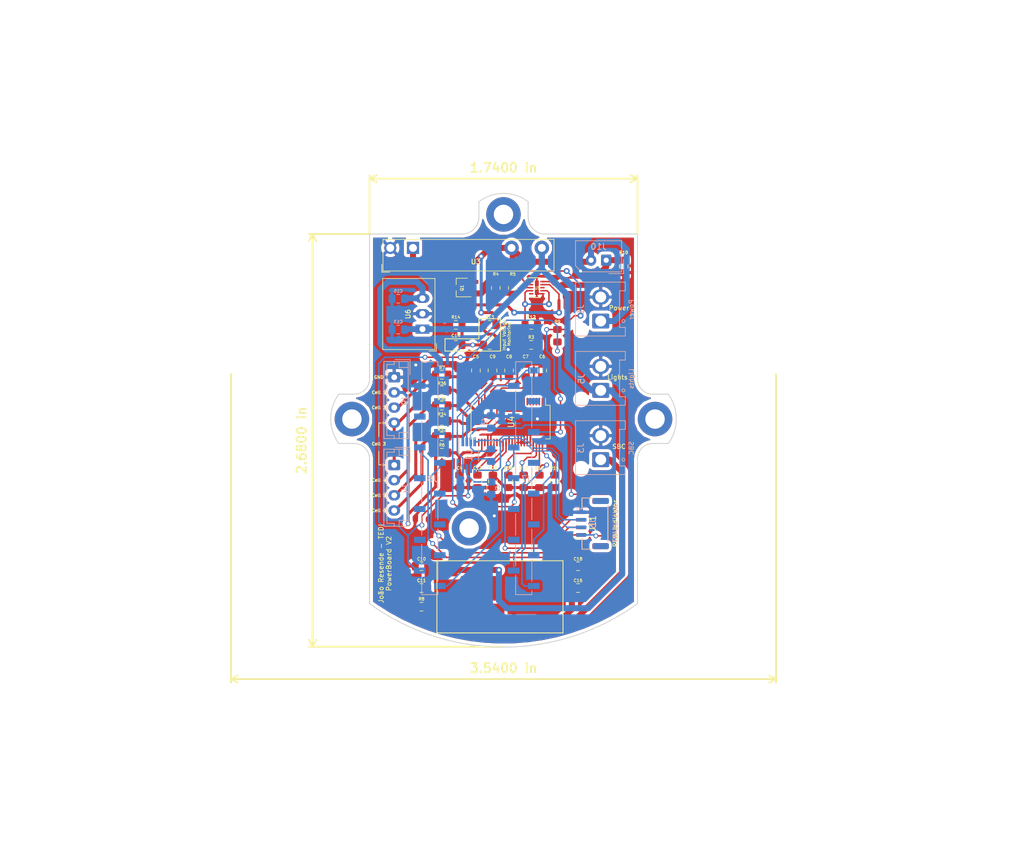
<source format=kicad_pcb>
(kicad_pcb (version 20171130) (host pcbnew "(5.0.2)-1")
  (layers (0 F.Cu signal) (31 B.Cu signal) (34 B.Paste user) (35 F.Paste user) (36 B.SilkS user) (37 F.SilkS user) (38 B.Mask user) (39 F.Mask user) (44 Edge.Cuts user))
  (net 0 "")
  (net 1 /MOSI)
  (net 2 /3V3_nucleo)
  (net 3 /MISO)
  (net 4 Earth)
  (net 5 /1V8_XU4)
  (net 6 /Cell_1)
  (net 7 /Cell_2)
  (net 8 /Cell_3)
  (net 9 /Cell_4)
  (net 10 /Cell_5)
  (net 11 /Cell_6)
  (net 12 /C6)
  (net 13 /C5)
  (net 14 /C4)
  (net 15 /C3)
  (net 16 /C2)
  (net 17 /C1)
  (net 18 /SCLK)
  (net 19 /CS)
  (net 20 /12V_nucleo)
  (net 21 /STM_Power_Control)
  (net 22 /V+)
  (net 23 /5V)
  (net 24 "Net-(R1-Pad1)")
  (net 25 "Net-(C12-Pad1)")
  (net 26 "Net-(C17-Pad1)")
  (net 27 "Net-(C20-Pad2)")
  (net 28 /Button_+)
  (net 29 "/On/Off Controller with Automatic Turn-On/A1+")
  (net 30 "/On/Off Controller with Automatic Turn-On/~EN")
  (net 31 "Net-(R8-Pad1)")
  (net 32 /Button_-)
  (net 33 /RGB_R)
  (net 34 /RGB_G)
  (net 35 /RGB_B)
  (net 36 /UART+)
  (net 37 /UART-)
  (net 38 /USART1_STM32+)
  (net 39 /USART1_STM32-)
  (net 40 /STM_Power_~Int~)
  (net 41 "Net-(Q1-Pad1)")
  (net 42 "Net-(R11-Pad1)")
  (module MountingHole:MountingHole_3.2mm_M3_ISO7380_Pad (layer F.Cu) (at 64.653 93.002 270)
    (fp_text reference REF** hide)
    (fp_text value "" hide)
    (pad 1 thru_hole circle (at 0 0 270) (size 5.7 5.7) (drill 3.2) (layers *.Cu *.Mask))
  )
  (module MountingHole:MountingHole_3.2mm_M3_ISO7380_Pad (layer F.Cu) (at 114.653 93.002 90)
    (fp_text reference REF** hide)
    (fp_text value "" hide)
    (pad 1 thru_hole circle (at 0 0 90) (size 5.7 5.7) (drill 3.2) (layers *.Cu *.Mask))
  )
  (module MountingHole:MountingHole_3.2mm_M3_ISO7380_Pad (layer F.Cu) (at 89.653 59.248 90)
    (fp_text reference REF** hide)
    (fp_text value "" hide)
    (pad 1 thru_hole circle (at 0 0 90) (size 5.7 5.7) (drill 3.2) (layers *.Cu *.Mask))
  )
  (module PowerBoard:IW1136 (layer F.Cu) (at 99.471 128.273 180)
    (fp_text reference U2 hide)
    (fp_text value MURATA_IW1136 hide)
    (pad 3 smd rect (at 14.21 1.52 180) (size 3.1 2.1) (layers F.Cu F.Paste F.Mask) (net 4 Earth))
    (pad 4 smd rect (at 10.16 1.52 180) (size 3.1 2.1) (layers F.Cu F.Paste F.Mask) (net 31 "Net-(R8-Pad1)"))
    (pad 5 smd rect (at 6.09 1.52 180) (size 3.1 2.1) (layers F.Cu F.Paste F.Mask) (net 23 /5V))
    (pad 2 smd rect (at 18.9 10.38 180) (size 3.1 2.1) (layers F.Cu F.Paste F.Mask) (net 22 /V+))
    (pad 1 smd rect (at 1.52 10.1 180) (size 2.1 3.1) (layers F.Cu F.Paste F.Mask))
  )
  (module Capacitor_SMD:C_0805_2012Metric_Pad1.15x1.40mm_HandSolder (layer F.Cu) (at 85.3648 103.2774 270)
    (fp_text reference C17 (at -2.1854 0) (layer F.SilkS) (effects (font (size 0.5 0.5) (thickness 0.1))))
    (fp_text value 1uF)
    (pad 1 smd roundrect (at -1.025 0 270) (size 1.15 1.4) (layers F.Cu F.Paste F.Mask) (roundrect_rratio 0.217391) (net 26 "Net-(C17-Pad1)"))
    (pad 2 smd roundrect (at 1.025 0 270) (size 1.15 1.4) (layers F.Cu F.Paste F.Mask) (roundrect_rratio 0.217391) (net 4 Earth))
  )
  (module Capacitor_SMD:C_0805_2012Metric_Pad1.15x1.40mm_HandSolder (layer F.Cu) (at 82.393 103.2774 270)
    (fp_text reference C4 (at -2.1854 0 180) (layer F.SilkS) (effects (font (size 0.5 0.5) (thickness 0.1))))
    (fp_text value 100nF)
    (pad 1 smd roundrect (at -1.025 0 270) (size 1.15 1.4) (layers F.Cu F.Paste F.Mask) (roundrect_rratio 0.217391) (net 17 /C1))
    (pad 2 smd roundrect (at 1.025 0 270) (size 1.15 1.4) (layers F.Cu F.Paste F.Mask) (roundrect_rratio 0.217391) (net 4 Earth))
  )
  (module Capacitor_SMD:C_0805_2012Metric_Pad1.15x1.40mm_HandSolder (layer F.Cu) (at 90.5718 84.9854 90)
    (fp_text reference C8 (at 2.277 0) (layer F.SilkS) (effects (font (size 0.5 0.5) (thickness 0.1))))
    (fp_text value 100nF)
    (pad 1 smd roundrect (at -1.025 0 90) (size 1.15 1.4) (layers F.Cu F.Paste F.Mask) (roundrect_rratio 0.217391) (net 14 /C4))
    (pad 2 smd roundrect (at 1.025 0 90) (size 1.15 1.4) (layers F.Cu F.Paste F.Mask) (roundrect_rratio 0.217391) (net 4 Earth))
  )
  (module Resistor_SMD:R_0805_2012Metric_Pad1.15x1.40mm_HandSolder (layer F.Cu) (at 79.4812 98.552 180)
    (fp_text reference R6 (at -0.0208 1.27) (layer F.SilkS) (effects (font (size 0.5 0.5) (thickness 0.1))))
    (fp_text value 100)
    (pad 1 smd roundrect (at -1.025 0 180) (size 1.15 1.4) (layers F.Cu F.Paste F.Mask) (roundrect_rratio 0.217391) (net 17 /C1))
    (pad 2 smd roundrect (at 1.025 0 180) (size 1.15 1.4) (layers F.Cu F.Paste F.Mask) (roundrect_rratio 0.217391) (net 6 /Cell_1))
  )
  (module Resistor_SMD:R_0805_2012Metric_Pad1.15x1.40mm_HandSolder (layer F.Cu) (at 79.4812 95.8626 180)
    (fp_text reference R33 (at -0.0208 1.1206) (layer F.SilkS) (effects (font (size 0.5 0.5) (thickness 0.1))))
    (fp_text value 100)
    (pad 2 smd roundrect (at 1.025 0 180) (size 1.15 1.4) (layers F.Cu F.Paste F.Mask) (roundrect_rratio 0.217391) (net 11 /Cell_6))
    (pad 1 smd roundrect (at -1.025 0 180) (size 1.15 1.4) (layers F.Cu F.Paste F.Mask) (roundrect_rratio 0.217391) (net 12 /C6))
  )
  (module Capacitor_SMD:C_0805_2012Metric_Pad1.15x1.40mm_HandSolder (layer F.Cu) (at 93.3023 84.9854 90)
    (fp_text reference C7 (at 2.286 0) (layer F.SilkS) (effects (font (size 0.5 0.5) (thickness 0.1))))
    (fp_text value 100nF)
    (pad 1 smd roundrect (at -1.025 0 90) (size 1.15 1.4) (layers F.Cu F.Paste F.Mask) (roundrect_rratio 0.217391) (net 13 /C5))
    (pad 2 smd roundrect (at 1.025 0 90) (size 1.15 1.4) (layers F.Cu F.Paste F.Mask) (roundrect_rratio 0.217391) (net 4 Earth))
  )
  (module Capacitor_SMD:C_0805_2012Metric_Pad1.15x1.40mm_HandSolder (layer F.Cu) (at 85.1108 84.9854 90)
    (fp_text reference C5 (at 2.286 0) (layer F.SilkS) (effects (font (size 0.5 0.5) (thickness 0.1))))
    (fp_text value 100nF)
    (pad 1 smd roundrect (at -1.025 0 90) (size 1.15 1.4) (layers F.Cu F.Paste F.Mask) (roundrect_rratio 0.217391) (net 16 /C2))
    (pad 2 smd roundrect (at 1.025 0 90) (size 1.15 1.4) (layers F.Cu F.Paste F.Mask) (roundrect_rratio 0.217391) (net 4 Earth))
  )
  (module Resistor_SMD:R_0805_2012Metric_Pad1.15x1.40mm_HandSolder (layer F.Cu) (at 95.5758 103.2774 90)
    (fp_text reference R16 (at 2.1854 0 180) (layer F.SilkS) (effects (font (size 0.5 0.5) (thickness 0.1))))
    (fp_text value 1K)
    (pad 2 smd roundrect (at 1.025 0 90) (size 1.15 1.4) (layers F.Cu F.Paste F.Mask) (roundrect_rratio 0.217391) (net 3 /MISO))
    (pad 1 smd roundrect (at -1.025 0 90) (size 1.15 1.4) (layers F.Cu F.Paste F.Mask) (roundrect_rratio 0.217391) (net 27 "Net-(C20-Pad2)"))
  )
  (module Resistor_SMD:R_0805_2012Metric_Pad1.15x1.40mm_HandSolder (layer F.Cu) (at 79.4812 90.7826 180)
    (fp_text reference R35 (at -0.0208 1.1206) (layer F.SilkS) (effects (font (size 0.5 0.5) (thickness 0.1))))
    (fp_text value 100)
    (pad 1 smd roundrect (at -1.025 0 180) (size 1.15 1.4) (layers F.Cu F.Paste F.Mask) (roundrect_rratio 0.217391) (net 14 /C4))
    (pad 2 smd roundrect (at 1.025 0 180) (size 1.15 1.4) (layers F.Cu F.Paste F.Mask) (roundrect_rratio 0.217391) (net 9 /Cell_4))
  )
  (module Resistor_SMD:R_0805_2012Metric_Pad1.15x1.40mm_HandSolder (layer F.Cu) (at 98.0648 103.2734 270)
    (fp_text reference R15 (at -2.1814 0 180) (layer F.SilkS) (effects (font (size 0.5 0.5) (thickness 0.1))))
    (fp_text value 1M)
    (pad 1 smd roundrect (at -1.025 0 270) (size 1.15 1.4) (layers F.Cu F.Paste F.Mask) (roundrect_rratio 0.217391) (net 19 /CS))
    (pad 2 smd roundrect (at 1.025 0 270) (size 1.15 1.4) (layers F.Cu F.Paste F.Mask) (roundrect_rratio 0.217391) (net 27 "Net-(C20-Pad2)"))
  )
  (module Capacitor_SMD:C_0805_2012Metric_Pad1.15x1.40mm_HandSolder (layer F.Cu) (at 96.0328 84.9854 90)
    (fp_text reference C6 (at 2.286 0) (layer F.SilkS) (effects (font (size 0.5 0.5) (thickness 0.1))))
    (fp_text value 100nF)
    (pad 1 smd roundrect (at -1.025 0 90) (size 1.15 1.4) (layers F.Cu F.Paste F.Mask) (roundrect_rratio 0.217391) (net 12 /C6))
    (pad 2 smd roundrect (at 1.025 0 90) (size 1.15 1.4) (layers F.Cu F.Paste F.Mask) (roundrect_rratio 0.217391) (net 4 Earth))
  )
  (module Resistor_SMD:R_0805_2012Metric_Pad1.15x1.40mm_HandSolder (layer F.Cu) (at 79.4812 93.3226 180)
    (fp_text reference R34 (at -0.0208 1.1206) (layer F.SilkS) (effects (font (size 0.5 0.5) (thickness 0.1))))
    (fp_text value 100)
    (pad 2 smd roundrect (at 1.025 0 180) (size 1.15 1.4) (layers F.Cu F.Paste F.Mask) (roundrect_rratio 0.217391) (net 10 /Cell_5))
    (pad 1 smd roundrect (at -1.025 0 180) (size 1.15 1.4) (layers F.Cu F.Paste F.Mask) (roundrect_rratio 0.217391) (net 13 /C5))
  )
  (module Capacitor_SMD:C_0805_2012Metric_Pad1.15x1.40mm_HandSolder (layer F.Cu) (at 87.9048 103.2774 90)
    (fp_text reference C20 (at 2.1854 0 180) (layer F.SilkS) (effects (font (size 0.5 0.5) (thickness 0.1))))
    (fp_text value 1uF)
    (pad 1 smd roundrect (at -1.025 0 90) (size 1.15 1.4) (layers F.Cu F.Paste F.Mask) (roundrect_rratio 0.217391) (net 4 Earth))
    (pad 2 smd roundrect (at 1.025 0 90) (size 1.15 1.4) (layers F.Cu F.Paste F.Mask) (roundrect_rratio 0.217391) (net 27 "Net-(C20-Pad2)"))
  )
  (module Resistor_SMD:R_0805_2012Metric_Pad1.15x1.40mm_HandSolder (layer F.Cu) (at 79.4812 85.7026 180)
    (fp_text reference R7 (at -0.0208 1.1206) (layer F.SilkS) (effects (font (size 0.5 0.5) (thickness 0.1))))
    (fp_text value 100)
    (pad 1 smd roundrect (at -1.025 0 180) (size 1.15 1.4) (layers F.Cu F.Paste F.Mask) (roundrect_rratio 0.217391) (net 16 /C2))
    (pad 2 smd roundrect (at 1.025 0 180) (size 1.15 1.4) (layers F.Cu F.Paste F.Mask) (roundrect_rratio 0.217391) (net 7 /Cell_2))
  )
  (module Capacitor_SMD:C_0805_2012Metric_Pad1.15x1.40mm_HandSolder (layer F.Cu) (at 87.8413 84.9854 90)
    (fp_text reference C9 (at 2.277 0.0127 -180) (layer F.SilkS) (effects (font (size 0.5 0.5) (thickness 0.1))))
    (fp_text value 100nF)
    (pad 1 smd roundrect (at -1.025 0 90) (size 1.15 1.4) (layers F.Cu F.Paste F.Mask) (roundrect_rratio 0.217391) (net 15 /C3))
    (pad 2 smd roundrect (at 1.025 0 90) (size 1.15 1.4) (layers F.Cu F.Paste F.Mask) (roundrect_rratio 0.217391) (net 4 Earth))
  )
  (module Resistor_SMD:R_0805_2012Metric_Pad1.15x1.40mm_HandSolder (layer F.Cu) (at 92.9848 103.2774 270)
    (fp_text reference R17 (at -2.1854 0) (layer F.SilkS) (effects (font (size 0.5 0.5) (thickness 0.1))))
    (fp_text value 1M)
    (pad 1 smd roundrect (at -1.025 0 270) (size 1.15 1.4) (layers F.Cu F.Paste F.Mask) (roundrect_rratio 0.217391) (net 1 /MOSI))
    (pad 2 smd roundrect (at 1.025 0 270) (size 1.15 1.4) (layers F.Cu F.Paste F.Mask) (roundrect_rratio 0.217391) (net 27 "Net-(C20-Pad2)"))
  )
  (module Resistor_SMD:R_0805_2012Metric_Pad1.15x1.40mm_HandSolder (layer F.Cu) (at 79.4812 88.2426 180)
    (fp_text reference R36 (at -0.0208 1.1206) (layer F.SilkS) (effects (font (size 0.5 0.5) (thickness 0.1))))
    (fp_text value 100)
    (pad 1 smd roundrect (at -1.025 0 180) (size 1.15 1.4) (layers F.Cu F.Paste F.Mask) (roundrect_rratio 0.217391) (net 15 /C3))
    (pad 2 smd roundrect (at 1.025 0 180) (size 1.15 1.4) (layers F.Cu F.Paste F.Mask) (roundrect_rratio 0.217391) (net 8 /Cell_3))
  )
  (module Resistor_SMD:R_0805_2012Metric_Pad1.15x1.40mm_HandSolder (layer F.Cu) (at 90.4448 103.2774 270)
    (fp_text reference R18 (at -2.1854 0) (layer F.SilkS) (effects (font (size 0.5 0.5) (thickness 0.1))))
    (fp_text value 1M)
    (pad 2 smd roundrect (at 1.025 0 270) (size 1.15 1.4) (layers F.Cu F.Paste F.Mask) (roundrect_rratio 0.217391) (net 27 "Net-(C20-Pad2)"))
    (pad 1 smd roundrect (at -1.025 0 270) (size 1.15 1.4) (layers F.Cu F.Paste F.Mask) (roundrect_rratio 0.217391) (net 18 /SCLK))
  )
  (module Package_SO:SSOP-44_5.3x12.8mm_P0.5mm (layer F.Cu) (at 90.8258 93.4944 270)
    (fp_text reference U4 (at -0.0224 -0.1062 270) (layer F.SilkS))
    (fp_text value LTC6803-4 hide)
    (pad 1 smd rect (at -3.375 -5.25 270) (size 1.25 0.25) (layers F.Cu F.Paste F.Mask) (net 12 /C6))
    (pad 2 smd rect (at -3.375 -4.75 270) (size 1.25 0.25) (layers F.Cu F.Paste F.Mask))
    (pad 3 smd rect (at -3.375 -4.25 270) (size 1.25 0.25) (layers F.Cu F.Paste F.Mask))
    (pad 4 smd rect (at -3.375 -3.75 270) (size 1.25 0.25) (layers F.Cu F.Paste F.Mask))
    (pad 5 smd rect (at -3.375 -3.25 270) (size 1.25 0.25) (layers F.Cu F.Paste F.Mask))
    (pad 6 smd rect (at -3.375 -2.75 270) (size 1.25 0.25) (layers F.Cu F.Paste F.Mask))
    (pad 7 smd rect (at -3.375 -2.25 270) (size 1.25 0.25) (layers F.Cu F.Paste F.Mask))
    (pad 8 smd rect (at -3.375 -1.75 270) (size 1.25 0.25) (layers F.Cu F.Paste F.Mask))
    (pad 9 smd rect (at -3.375 -1.25 270) (size 1.25 0.25) (layers F.Cu F.Paste F.Mask))
    (pad 10 smd rect (at -3.375 -0.75 270) (size 1.25 0.25) (layers F.Cu F.Paste F.Mask))
    (pad 11 smd rect (at -3.375 -0.25 270) (size 1.25 0.25) (layers F.Cu F.Paste F.Mask))
    (pad 12 smd rect (at -3.375 0.25 270) (size 1.25 0.25) (layers F.Cu F.Paste F.Mask))
    (pad 13 smd rect (at -3.375 0.75 270) (size 1.25 0.25) (layers F.Cu F.Paste F.Mask))
    (pad 14 smd rect (at -3.375 1.25 270) (size 1.25 0.25) (layers F.Cu F.Paste F.Mask) (net 12 /C6))
    (pad 15 smd rect (at -3.375 1.75 270) (size 1.25 0.25) (layers F.Cu F.Paste F.Mask))
    (pad 16 smd rect (at -3.375 2.25 270) (size 1.25 0.25) (layers F.Cu F.Paste F.Mask) (net 13 /C5))
    (pad 17 smd rect (at -3.375 2.75 270) (size 1.25 0.25) (layers F.Cu F.Paste F.Mask))
    (pad 18 smd rect (at -3.375 3.25 270) (size 1.25 0.25) (layers F.Cu F.Paste F.Mask) (net 14 /C4))
    (pad 19 smd rect (at -3.375 3.75 270) (size 1.25 0.25) (layers F.Cu F.Paste F.Mask))
    (pad 20 smd rect (at -3.375 4.25 270) (size 1.25 0.25) (layers F.Cu F.Paste F.Mask) (net 15 /C3))
    (pad 21 smd rect (at -3.375 4.75 270) (size 1.25 0.25) (layers F.Cu F.Paste F.Mask))
    (pad 22 smd rect (at -3.375 5.25 270) (size 1.25 0.25) (layers F.Cu F.Paste F.Mask) (net 16 /C2))
    (pad 23 smd rect (at 3.375 5.25 270) (size 1.25 0.25) (layers F.Cu F.Paste F.Mask))
    (pad 24 smd rect (at 3.375 4.75 270) (size 1.25 0.25) (layers F.Cu F.Paste F.Mask) (net 17 /C1))
    (pad 25 smd rect (at 3.375 4.25 270) (size 1.25 0.25) (layers F.Cu F.Paste F.Mask))
    (pad 26 smd rect (at 3.375 3.75 270) (size 1.25 0.25) (layers F.Cu F.Paste F.Mask) (net 4 Earth))
    (pad 27 smd rect (at 3.375 3.25 270) (size 1.25 0.25) (layers F.Cu F.Paste F.Mask) (net 4 Earth))
    (pad 28 smd rect (at 3.375 2.75 270) (size 1.25 0.25) (layers F.Cu F.Paste F.Mask))
    (pad 29 smd rect (at 3.375 2.25 270) (size 1.25 0.25) (layers F.Cu F.Paste F.Mask))
    (pad 30 smd rect (at 3.375 1.75 270) (size 1.25 0.25) (layers F.Cu F.Paste F.Mask))
    (pad 31 smd rect (at 3.375 1.25 270) (size 1.25 0.25) (layers F.Cu F.Paste F.Mask) (net 26 "Net-(C17-Pad1)"))
    (pad 32 smd rect (at 3.375 0.75 270) (size 1.25 0.25) (layers F.Cu F.Paste F.Mask) (net 27 "Net-(C20-Pad2)"))
    (pad 33 smd rect (at 3.375 0.25 270) (size 1.25 0.25) (layers F.Cu F.Paste F.Mask) (net 4 Earth))
    (pad 34 smd rect (at 3.375 -0.25 270) (size 1.25 0.25) (layers F.Cu F.Paste F.Mask))
    (pad 35 smd rect (at 3.375 -0.75 270) (size 1.25 0.25) (layers F.Cu F.Paste F.Mask) (net 4 Earth))
    (pad 36 smd rect (at 3.375 -1.25 270) (size 1.25 0.25) (layers F.Cu F.Paste F.Mask) (net 4 Earth))
    (pad 37 smd rect (at 3.375 -1.75 270) (size 1.25 0.25) (layers F.Cu F.Paste F.Mask) (net 4 Earth))
    (pad 38 smd rect (at 3.375 -2.25 270) (size 1.25 0.25) (layers F.Cu F.Paste F.Mask) (net 4 Earth))
    (pad 39 smd rect (at 3.375 -2.75 270) (size 1.25 0.25) (layers F.Cu F.Paste F.Mask) (net 4 Earth))
    (pad 40 smd rect (at 3.375 -3.25 270) (size 1.25 0.25) (layers F.Cu F.Paste F.Mask) (net 4 Earth))
    (pad 41 smd rect (at 3.375 -3.75 270) (size 1.25 0.25) (layers F.Cu F.Paste F.Mask) (net 18 /SCLK))
    (pad 42 smd rect (at 3.375 -4.25 270) (size 1.25 0.25) (layers F.Cu F.Paste F.Mask) (net 1 /MOSI))
    (pad 43 smd rect (at 3.375 -4.75 270) (size 1.25 0.25) (layers F.Cu F.Paste F.Mask) (net 3 /MISO))
    (pad 44 smd rect (at 3.375 -5.25 270) (size 1.25 0.25) (layers F.Cu F.Paste F.Mask) (net 19 /CS))
  )
  (module Capacitor_SMD:C_0805_2012Metric_Pad1.15x1.40mm_HandSolder (layer F.Cu) (at 101.954 117.273)
    (fp_text reference C18 (at 0 -1.195 180) (layer F.SilkS) (effects (font (size 0.5 0.5) (thickness 0.1))))
    (fp_text value 0.1uF)
    (pad 2 smd roundrect (at 1.025 0) (size 1.15 1.4) (layers F.Cu F.Paste F.Mask) (roundrect_rratio 0.217391) (net 4 Earth))
    (pad 1 smd roundrect (at -1.025 0) (size 1.15 1.4) (layers F.Cu F.Paste F.Mask) (roundrect_rratio 0.217391) (net 23 /5V))
  )
  (module Capacitor_SMD:C_0805_2012Metric_Pad1.15x1.40mm_HandSolder (layer F.Cu) (at 76.129 120.875 180)
    (fp_text reference C11 (at 0 1.241) (layer F.SilkS) (effects (font (size 0.5 0.5) (thickness 0.125))))
    (fp_text value 0.1uF)
    (pad 1 smd roundrect (at -1.025 0 180) (size 1.15 1.4) (layers F.Cu F.Paste F.Mask) (roundrect_rratio 0.217391) (net 22 /V+))
    (pad 2 smd roundrect (at 1.025 0 180) (size 1.15 1.4) (layers F.Cu F.Paste F.Mask) (roundrect_rratio 0.217391) (net 4 Earth))
  )
  (module Resistor_SMD:R_0805_2012Metric_Pad1.15x1.40mm_HandSolder (layer F.Cu) (at 87.376 77.47 180)
    (fp_text reference R13 (at 0 1.27) (layer F.SilkS) (effects (font (size 0.5 0.5) (thickness 0.1))))
    (fp_text value 2M)
    (pad 1 smd roundrect (at -1.025 0 180) (size 1.15 1.4) (layers F.Cu F.Paste F.Mask) (roundrect_rratio 0.217391) (net 28 /Button_+))
    (pad 2 smd roundrect (at 1.025 0 180) (size 1.15 1.4) (layers F.Cu F.Paste F.Mask) (roundrect_rratio 0.217391) (net 42 "Net-(R11-Pad1)"))
  )
  (module Connector_JST:JST_GH_SM04B-GHS-TB_1x04-1MP_P1.25mm_Horizontal (layer F.Cu) (at 104.297 110.239 90)
    (fp_text reference J11 (at 0 0.097 90) (layer F.SilkS))
    (fp_text value RGB)
    (pad 1 smd roundrect (at -1.875 -1.85 90) (size 0.6 1.7) (layers F.Cu F.Paste F.Mask) (net 33 /RGB_R))
    (pad 2 smd roundrect (at -0.625 -1.85 90) (size 0.6 1.7) (layers F.Cu F.Paste F.Mask) (net 34 /RGB_G))
    (pad 3 smd roundrect (at 0.625 -1.85 90) (size 0.6 1.7) (layers F.Cu F.Paste F.Mask) (net 35 /RGB_B))
    (pad 4 smd roundrect (at 1.875 -1.85 90) (size 0.6 1.7) (layers F.Cu F.Paste F.Mask) (net 4 Earth))
    (pad MP smd roundrect (at -3.725 1.35 90) (size 1 2.7) (layers F.Cu F.Paste F.Mask))
    (pad MP smd roundrect (at 3.725 1.35 90) (size 1 2.7) (layers F.Cu F.Paste F.Mask))
  )
  (module Resistor_SMD:R_0805_2012Metric_Pad1.15x1.40mm_HandSolder (layer F.Cu) (at 94.234 80.772 180)
    (fp_text reference R3 (at 0 1.27) (layer F.SilkS) (effects (font (size 0.5 0.5) (thickness 0.1))))
    (fp_text value 1K)
    (pad 2 smd roundrect (at 1.025 0 180) (size 1.15 1.4) (layers F.Cu F.Paste F.Mask) (roundrect_rratio 0.217391) (net 28 /Button_+))
    (pad 1 smd roundrect (at -1.025 0 180) (size 1.15 1.4) (layers F.Cu F.Paste F.Mask) (roundrect_rratio 0.217391) (net 25 "Net-(C12-Pad1)"))
  )
  (module PowerBoard:Relay_SPDT_Finder_34.81_Vertical (layer F.Cu) (at 74.7285 64.77)
    (fp_text reference U3 (at 10.3615 2.283) (layer F.SilkS) (effects (font (size 0.8 0.8))))
    (fp_text value "RELE-FINDER (34.81.7.024.9024)" hide)
    (pad 1 thru_hole circle (at -3.75 0) (size 2 2) (drill 1.3) (layers *.Cu *.Mask) (net 4 Earth))
    (pad 2 thru_hole rect (at 0 0) (size 2 2) (drill 1.3) (layers *.Cu *.Mask) (net 29 "/On/Off Controller with Automatic Turn-On/A1+"))
    (pad 3 thru_hole circle (at 16.25 0) (size 2.4 2.4) (drill 1.3) (layers *.Cu *.Mask) (net 28 /Button_+))
    (pad 4 thru_hole circle (at 21.25 0) (size 2.4 2.4) (drill 1.3) (layers *.Cu *.Mask) (net 22 /V+))
  )
  (module Connector_Hirose:Hirose_DF63-2P-3.96DSA_1x02_P3.96mm_Horizontal (layer B.Cu) (at 105.694 88.268 90)
    (fp_text reference J5 (at 1.905 -3.175 90) (layer B.SilkS) (effects (justify mirror)))
    (fp_text value Lights_Power)
    (pad "" np_thru_hole circle (at -1.5 -3.25 90) (size 1.6 1.6) (drill 1.6) (layers *.Cu *.Mask))
    (pad 2 thru_hole oval (at 3.96 0 90) (size 2.46 2.8) (drill 1.8) (layers *.Cu *.Mask) (net 4 Earth))
    (pad 1 thru_hole roundrect (at 0 0 90) (size 2.46 2.8) (drill 1.8) (layers *.Cu *.Mask) (roundrect_rratio 0.101626) (net 22 /V+))
  )
  (module Connector_Hirose:Hirose_DF63-2P-3.96DSA_1x02_P3.96mm_Horizontal (layer B.Cu) (at 105.694 76.838 90)
    (fp_text reference J1 (at 1.905 -3.302 90) (layer B.SilkS) (effects (justify mirror)))
    (fp_text value Battery)
    (pad "" np_thru_hole circle (at -1.5 -3.25 90) (size 1.6 1.6) (drill 1.6) (layers *.Cu *.Mask))
    (pad 2 thru_hole oval (at 3.96 0 90) (size 2.46 2.8) (drill 1.8) (layers *.Cu *.Mask) (net 4 Earth))
    (pad 1 thru_hole roundrect (at 0 0 90) (size 2.46 2.8) (drill 1.8) (layers *.Cu *.Mask) (roundrect_rratio 0.101626) (net 28 /Button_+))
  )
  (module Capacitor_SMD:C_0805_2012Metric_Pad1.15x1.40mm_HandSolder (layer B.Cu) (at 87.63 93.472 90)
    (fp_text reference C2 (at 0.0208 -1.2984 270) (layer B.SilkS) (effects (font (size 0.5 0.5) (thickness 0.1)) (justify mirror)))
    (fp_text value 100nF)
    (pad 2 smd roundrect (at 1.025 0 90) (size 1.15 1.4) (layers B.Cu B.Paste B.Mask) (roundrect_rratio 0.217391) (net 4 Earth))
    (pad 1 smd roundrect (at -1.025 0 90) (size 1.15 1.4) (layers B.Cu B.Paste B.Mask) (roundrect_rratio 0.217391) (net 5 /1V8_XU4))
  )
  (module Resistor_SMD:R_0805_2012Metric_Pad1.15x1.40mm_HandSolder (layer F.Cu) (at 81.788 77.47 180)
    (fp_text reference R14 (at 0 1.27 180) (layer F.SilkS) (effects (font (size 0.5 0.5) (thickness 0.1))))
    (fp_text value 100k)
    (pad 1 smd roundrect (at -1.025 0 180) (size 1.15 1.4) (layers F.Cu F.Paste F.Mask) (roundrect_rratio 0.217391) (net 21 /STM_Power_Control))
    (pad 2 smd roundrect (at 1.025 0 180) (size 1.15 1.4) (layers F.Cu F.Paste F.Mask) (roundrect_rratio 0.217391) (net 4 Earth))
  )
  (module Resistor_SMD:R_0805_2012Metric_Pad1.15x1.40mm_HandSolder (layer F.Cu) (at 109.474 67.818 90)
    (fp_text reference R10 (at 2.286 0 180) (layer F.SilkS) (effects (font (size 0.5 0.5) (thickness 0.125))))
    (fp_text value 10K)
    (pad 2 smd roundrect (at 1.025 0 90) (size 1.15 1.4) (layers F.Cu F.Paste F.Mask) (roundrect_rratio 0.217391) (net 32 /Button_-))
    (pad 1 smd roundrect (at -1.025 0 90) (size 1.15 1.4) (layers F.Cu F.Paste F.Mask) (roundrect_rratio 0.217391) (net 4 Earth))
  )
  (module Capacitor_SMD:C_0805_2012Metric_Pad1.15x1.40mm_HandSolder (layer F.Cu) (at 101.954 120.875)
    (fp_text reference C16 (at 0 -1.241 180) (layer F.SilkS) (effects (font (size 0.5 0.5) (thickness 0.1))))
    (fp_text value 10uF)
    (pad 1 smd roundrect (at -1.025 0) (size 1.15 1.4) (layers F.Cu F.Paste F.Mask) (roundrect_rratio 0.217391) (net 23 /5V))
    (pad 2 smd roundrect (at 1.025 0) (size 1.15 1.4) (layers F.Cu F.Paste F.Mask) (roundrect_rratio 0.217391) (net 4 Earth))
  )
  (module Resistor_SMD:R_0805_2012Metric_Pad1.15x1.40mm_HandSolder (layer F.Cu) (at 88.392 71.374 270)
    (fp_text reference R4 (at -2.286 0) (layer F.SilkS) (effects (font (size 0.5 0.5) (thickness 0.1))))
    (fp_text value 100k)
    (pad 1 smd roundrect (at -1.025 0 270) (size 1.15 1.4) (layers F.Cu F.Paste F.Mask) (roundrect_rratio 0.217391) (net 41 "Net-(Q1-Pad1)"))
    (pad 2 smd roundrect (at 1.025 0 270) (size 1.15 1.4) (layers F.Cu F.Paste F.Mask) (roundrect_rratio 0.217391) (net 30 "/On/Off Controller with Automatic Turn-On/~EN"))
  )
  (module Resistor_SMD:R_0805_2012Metric_Pad1.15x1.40mm_HandSolder (layer F.Cu) (at 91.186 71.374 270)
    (fp_text reference R5 (at -2.286 0 180) (layer F.SilkS) (effects (font (size 0.5 0.5) (thickness 0.1))))
    (fp_text value 100k)
    (pad 2 smd roundrect (at 1.025 0 270) (size 1.15 1.4) (layers F.Cu F.Paste F.Mask) (roundrect_rratio 0.217391) (net 30 "/On/Off Controller with Automatic Turn-On/~EN"))
    (pad 1 smd roundrect (at -1.025 0 270) (size 1.15 1.4) (layers F.Cu F.Paste F.Mask) (roundrect_rratio 0.217391) (net 28 /Button_+))
  )
  (module Capacitor_SMD:C_0805_2012Metric_Pad1.15x1.40mm_HandSolder (layer F.Cu) (at 76.129 117.273 180)
    (fp_text reference C10 (at 0 1.195) (layer F.SilkS) (effects (font (size 0.5 0.5) (thickness 0.1))))
    (fp_text value 10uF)
    (pad 2 smd roundrect (at 1.025 0 180) (size 1.15 1.4) (layers F.Cu F.Paste F.Mask) (roundrect_rratio 0.217391) (net 4 Earth))
    (pad 1 smd roundrect (at -1.025 0 180) (size 1.15 1.4) (layers F.Cu F.Paste F.Mask) (roundrect_rratio 0.217391) (net 22 /V+))
  )
  (module Resistor_SMD:R_0805_2012Metric_Pad1.15x1.40mm_HandSolder (layer F.Cu) (at 87.376 80.772 180)
    (fp_text reference R11 (at 0 1.27 180) (layer F.SilkS) (effects (font (size 0.5 0.5) (thickness 0.1))))
    (fp_text value 150K)
    (pad 1 smd roundrect (at -1.025 0 180) (size 1.15 1.4) (layers F.Cu F.Paste F.Mask) (roundrect_rratio 0.217391) (net 42 "Net-(R11-Pad1)"))
    (pad 2 smd roundrect (at 1.025 0 180) (size 1.15 1.4) (layers F.Cu F.Paste F.Mask) (roundrect_rratio 0.217391) (net 21 /STM_Power_Control))
  )
  (module Capacitor_SMD:C_0805_2012Metric_Pad1.15x1.40mm_HandSolder (layer F.Cu) (at 81.788 80.772 180)
    (fp_text reference C14 (at 0 1.524 180) (layer F.SilkS) (effects (font (size 0.5 0.5) (thickness 0.1))))
    (fp_text value 0.1uF)
    (pad 1 smd roundrect (at -1.025 0 180) (size 1.15 1.4) (layers F.Cu F.Paste F.Mask) (roundrect_rratio 0.217391) (net 21 /STM_Power_Control))
    (pad 2 smd roundrect (at 1.025 0 180) (size 1.15 1.4) (layers F.Cu F.Paste F.Mask) (roundrect_rratio 0.217391) (net 4 Earth))
  )
  (module Connector_JST:JST_GH_SM04B-GHS-TB_1x04-1MP_P1.25mm_Horizontal (layer B.Cu) (at 104.344 110.239 270)
    (fp_text reference J6 (at -0.003 -0.05 270) (layer B.SilkS) (effects (justify mirror)))
    (fp_text value "XU4 USART")
    (pad 1 smd roundrect (at -1.875 1.85 270) (size 0.6 1.7) (layers B.Cu B.Paste B.Mask) (net 4 Earth))
    (pad 2 smd roundrect (at -0.625 1.85 270) (size 0.6 1.7) (layers B.Cu B.Paste B.Mask) (net 36 /UART+))
    (pad 3 smd roundrect (at 0.625 1.85 270) (size 0.6 1.7) (layers B.Cu B.Paste B.Mask) (net 37 /UART-))
    (pad 4 smd roundrect (at 1.875 1.85 270) (size 0.6 1.7) (layers B.Cu B.Paste B.Mask) (net 5 /1V8_XU4))
    (pad MP smd roundrect (at -3.725 -1.35 270) (size 1 2.7) (layers B.Cu B.Paste B.Mask))
    (pad MP smd roundrect (at 3.725 -1.35 270) (size 1 2.7) (layers B.Cu B.Paste B.Mask))
  )
  (module Capacitor_SMD:C_0805_2012Metric_Pad1.15x1.40mm_HandSolder (layer B.Cu) (at 87.63 104.394 90)
    (fp_text reference C1 (at -0.0208 1.1714 90) (layer B.SilkS) (effects (font (size 0.5 0.5) (thickness 0.1)) (justify mirror)))
    (fp_text value 100nF)
    (pad 2 smd roundrect (at 1.025 0 90) (size 1.15 1.4) (layers B.Cu B.Paste B.Mask) (roundrect_rratio 0.217391) (net 2 /3V3_nucleo))
    (pad 1 smd roundrect (at -1.025 0 90) (size 1.15 1.4) (layers B.Cu B.Paste B.Mask) (roundrect_rratio 0.217391) (net 4 Earth))
  )
  (module Resistor_SMD:R_0805_2012Metric_Pad1.15x1.40mm_HandSolder (layer F.Cu) (at 98.552 79.248 90)
    (fp_text reference R9 (at 2.286 0 180) (layer F.SilkS) (effects (font (size 0.5 0.5) (thickness 0.1))))
    (fp_text value 1M)
    (pad 2 smd roundrect (at 1.025 0 90) (size 1.15 1.4) (layers F.Cu F.Paste F.Mask) (roundrect_rratio 0.217391) (net 40 /STM_Power_~Int~))
    (pad 1 smd roundrect (at -1.025 0 90) (size 1.15 1.4) (layers F.Cu F.Paste F.Mask) (roundrect_rratio 0.217391) (net 2 /3V3_nucleo))
  )
  (module Package_TO_SOT_SMD:TSOT-23_HandSoldering (layer F.Cu) (at 82.804 71.324 180)
    (fp_text reference Q1 (at 0 -0.05 270) (layer F.SilkS) (effects (font (size 0.5 0.5) (thickness 0.1))))
    (fp_text value Q_PMOS_GSD hide)
    (pad 3 smd rect (at 1.71 0 180) (size 2 0.65) (layers F.Cu F.Paste F.Mask) (net 29 "/On/Off Controller with Automatic Turn-On/A1+"))
    (pad 2 smd rect (at -1.71 0.95 180) (size 2 0.65) (layers F.Cu F.Paste F.Mask) (net 28 /Button_+))
    (pad 1 smd rect (at -1.71 -0.95 180) (size 2 0.65) (layers F.Cu F.Paste F.Mask) (net 41 "Net-(Q1-Pad1)"))
  )
  (module Capacitor_SMD:C_0805_2012Metric_Pad1.15x1.40mm_HandSolder (layer B.Cu) (at 72.293 78.235 180)
    (fp_text reference C13 (at 0 1.273) (layer B.SilkS) (effects (font (size 0.5 0.5) (thickness 0.1)) (justify mirror)))
    (fp_text value 10uF)
    (pad 2 smd roundrect (at 1.025 0 180) (size 1.15 1.4) (layers B.Cu B.Paste B.Mask) (roundrect_rratio 0.217391) (net 4 Earth))
    (pad 1 smd roundrect (at -1.025 0 180) (size 1.15 1.4) (layers B.Cu B.Paste B.Mask) (roundrect_rratio 0.217391) (net 22 /V+))
  )
  (module Package_SO:VSSOP-8_3.0x3.0mm_P0.65mm (layer B.Cu) (at 83.9262 98.9614 270)
    (fp_text reference U1 (at 0 -0.0508 270) (layer B.SilkS) (effects (justify mirror)))
    (fp_text value TXS0102 hide)
    (pad 1 smd rect (at -2.2 0.975) (size 0.45 1.45) (layers B.Cu B.Paste B.Mask) (net 39 /USART1_STM32-))
    (pad 2 smd rect (at -2.2 0.325) (size 0.45 1.45) (layers B.Cu B.Paste B.Mask) (net 4 Earth))
    (pad 3 smd rect (at -2.2 -0.325) (size 0.45 1.45) (layers B.Cu B.Paste B.Mask) (net 5 /1V8_XU4))
    (pad 4 smd rect (at -2.2 -0.975) (size 0.45 1.45) (layers B.Cu B.Paste B.Mask) (net 36 /UART+))
    (pad 5 smd rect (at 2.2 -0.975) (size 0.45 1.45) (layers B.Cu B.Paste B.Mask) (net 37 /UART-))
    (pad 6 smd rect (at 2.2 -0.325) (size 0.45 1.45) (layers B.Cu B.Paste B.Mask) (net 24 "Net-(R1-Pad1)"))
    (pad 7 smd rect (at 2.2 0.325) (size 0.45 1.45) (layers B.Cu B.Paste B.Mask) (net 2 /3V3_nucleo))
    (pad 8 smd rect (at 2.2 0.975) (size 0.45 1.45) (layers B.Cu B.Paste B.Mask) (net 38 /USART1_STM32+))
  )
  (module Resistor_SMD:R_0805_2012Metric_Pad1.15x1.40mm_HandSolder (layer F.Cu) (at 76.129 123.952 180)
    (fp_text reference R8 (at 0 1.27 180) (layer F.SilkS) (effects (font (size 0.5 0.5) (thickness 0.1))))
    (fp_text value 21K)
    (pad 2 smd roundrect (at 1.025 0 180) (size 1.15 1.4) (layers F.Cu F.Paste F.Mask) (roundrect_rratio 0.217391) (net 4 Earth))
    (pad 1 smd roundrect (at -1.025 0 180) (size 1.15 1.4) (layers F.Cu F.Paste F.Mask) (roundrect_rratio 0.217391) (net 31 "Net-(R8-Pad1)"))
  )
  (module Package_DFN_QFN:DFN-10-1EP_2x3mm_P0.5mm_EP0.64x2.4mm (layer F.Cu) (at 95.153 71.324)
    (fp_text reference U5 (at 0.097 0.054) (layer F.SilkS) (effects (font (size 0.5 0.5) (thickness 0.1))))
    (fp_text value LTC2955IDDB-2-TRMPBF hide)
    (pad 11 smd rect (at 0 0) (size 0.64 2.4) (layers F.Cu F.Mask) (net 4 Earth))
    (pad 10 smd rect (at 0.925 -1) (size 0.7 0.25) (layers F.Cu F.Paste F.Mask) (net 32 /Button_-))
    (pad 9 smd rect (at 0.925 -0.5) (size 0.7 0.25) (layers F.Cu F.Paste F.Mask) (net 21 /STM_Power_Control))
    (pad 8 smd rect (at 0.925 0) (size 0.7 0.25) (layers F.Cu F.Paste F.Mask))
    (pad 7 smd rect (at 0.925 0.5) (size 0.7 0.25) (layers F.Cu F.Paste F.Mask) (net 25 "Net-(C12-Pad1)"))
    (pad 6 smd rect (at 0.925 1) (size 0.7 0.25) (layers F.Cu F.Paste F.Mask) (net 4 Earth))
    (pad 5 smd rect (at -0.925 1) (size 0.7 0.25) (layers F.Cu F.Paste F.Mask))
    (pad 4 smd rect (at -0.925 0.5) (size 0.7 0.25) (layers F.Cu F.Paste F.Mask) (net 25 "Net-(C12-Pad1)"))
    (pad 3 smd rect (at -0.925 0) (size 0.7 0.25) (layers F.Cu F.Paste F.Mask) (net 30 "/On/Off Controller with Automatic Turn-On/~EN"))
    (pad 2 smd rect (at -0.925 -0.5) (size 0.7 0.25) (layers F.Cu F.Paste F.Mask))
    (pad 1 smd rect (at -0.925 -1) (size 0.7 0.25) (layers F.Cu F.Paste F.Mask) (net 40 /STM_Power_~Int~))
  )
  (module Connector_Hirose:Hirose_DF63-2P-3.96DSA_1x02_P3.96mm_Horizontal (layer B.Cu) (at 105.694 99.698 90)
    (fp_text reference J3 (at 1.905 -3.302 90) (layer B.SilkS) (effects (justify mirror)))
    (fp_text value XU4_Power)
    (pad "" np_thru_hole circle (at -1.5 -3.25 90) (size 1.6 1.6) (drill 1.6) (layers *.Cu *.Mask))
    (pad 2 thru_hole oval (at 3.96 0 90) (size 2.46 2.8) (drill 1.8) (layers *.Cu *.Mask) (net 4 Earth))
    (pad 1 thru_hole roundrect (at 0 0 90) (size 2.46 2.8) (drill 1.8) (layers *.Cu *.Mask) (roundrect_rratio 0.101626) (net 23 /5V))
  )
  (module Converter_DCDC:Converter_DCDC_RECOM_R-78E-0.5_THT (layer F.Cu) (at 76.2935 78.164 90)
    (fp_text reference U6 (at 2.472 -2.3795 270) (layer F.SilkS) (effects (font (size 0.8 0.8))))
    (fp_text value R-7812-0.5)
    (pad 1 thru_hole rect (at 0 0 90) (size 1.5 2.3) (drill 1) (layers *.Cu *.Mask) (net 22 /V+))
    (pad 2 thru_hole oval (at 2.54 0 90) (size 1.5 2.3) (drill 1) (layers *.Cu *.Mask) (net 4 Earth))
    (pad 3 thru_hole oval (at 5.08 0 90) (size 1.5 2.3) (drill 1) (layers *.Cu *.Mask) (net 20 /12V_nucleo))
  )
  (module Connector_Molex:Molex_SPOX_5267-02A_1x02_P2.50mm_Vertical (layer B.Cu) (at 106.594 66.802 180)
    (fp_text reference J10 (at 1.25 2.243 180) (layer B.SilkS) (effects (justify mirror)))
    (fp_text value "ON/OFF Button")
    (pad 1 thru_hole roundrect (at 0 0 180) (size 1.7 1.85) (drill 0.85) (layers *.Cu *.Mask) (roundrect_rratio 0.147059) (net 32 /Button_-))
    (pad 2 thru_hole oval (at 2.5 0 180) (size 1.7 1.85) (drill 0.85) (layers *.Cu *.Mask) (net 28 /Button_+))
  )
  (module Capacitor_SMD:C_0805_2012Metric_Pad1.15x1.40mm_HandSolder (layer B.Cu) (at 72.293 73.155 180)
    (fp_text reference C15 (at 0 1.273 180) (layer B.SilkS) (effects (font (size 0.5 0.5) (thickness 0.1)) (justify mirror)))
    (fp_text value 10uF)
    (pad 2 smd roundrect (at 1.025 0 180) (size 1.15 1.4) (layers B.Cu B.Paste B.Mask) (roundrect_rratio 0.217391) (net 4 Earth))
    (pad 1 smd roundrect (at -1.025 0 180) (size 1.15 1.4) (layers B.Cu B.Paste B.Mask) (roundrect_rratio 0.217391) (net 20 /12V_nucleo))
  )
  (module Resistor_SMD:R_0805_2012Metric_Pad1.15x1.40mm_HandSolder (layer B.Cu) (at 87.6092 98.9614 90)
    (fp_text reference R1 (at 2.1874 0.0208 180) (layer B.SilkS) (effects (font (size 0.5 0.5) (thickness 0.1)) (justify mirror)))
    (fp_text value 100)
    (pad 2 smd roundrect (at 1.025 0 90) (size 1.15 1.4) (layers B.Cu B.Paste B.Mask) (roundrect_rratio 0.217391) (net 5 /1V8_XU4))
    (pad 1 smd roundrect (at -1.025 0 90) (size 1.15 1.4) (layers B.Cu B.Paste B.Mask) (roundrect_rratio 0.217391) (net 24 "Net-(R1-Pad1)"))
  )
  (module Capacitor_SMD:C_0805_2012Metric_Pad1.15x1.40mm_HandSolder (layer F.Cu) (at 94.234 77.47)
    (fp_text reference C12 (at 0 -1.27 180) (layer F.SilkS) (effects (font (size 0.5 0.5) (thickness 0.125))))
    (fp_text value 10nF)
    (pad 1 smd roundrect (at -1.025 0) (size 1.15 1.4) (layers F.Cu F.Paste F.Mask) (roundrect_rratio 0.217391) (net 25 "Net-(C12-Pad1)"))
    (pad 2 smd roundrect (at 1.025 0) (size 1.15 1.4) (layers F.Cu F.Paste F.Mask) (roundrect_rratio 0.217391) (net 4 Earth))
  )
  (module Connector_PinSocket_2.54mm:PinSocket_1x15_P2.54mm_Vertical_SMD_Pin1Left (layer B.Cu) (at 92.994 102.756 180)
    (fp_text reference J7 (at -0.478 -0.114 180) (layer B.SilkS) (effects (justify mirror)))
    (fp_text value Nucleo_A1 hide)
    (pad 1 smd rect (at -1.65 17.78 180) (size 1.9 1) (layers B.Cu B.Paste B.Mask) (net 38 /USART1_STM32+))
    (pad 3 smd rect (at -1.65 12.7 180) (size 1.9 1) (layers B.Cu B.Paste B.Mask))
    (pad 5 smd rect (at -1.65 7.62 180) (size 1.9 1) (layers B.Cu B.Paste B.Mask) (net 40 /STM_Power_~Int~))
    (pad 7 smd rect (at -1.65 2.54 180) (size 1.9 1) (layers B.Cu B.Paste B.Mask))
    (pad 9 smd rect (at -1.65 -2.54 180) (size 1.9 1) (layers B.Cu B.Paste B.Mask))
    (pad 11 smd rect (at -1.65 -7.62 180) (size 1.9 1) (layers B.Cu B.Paste B.Mask))
    (pad 13 smd rect (at -1.65 -12.7 180) (size 1.9 1) (layers B.Cu B.Paste B.Mask) (net 19 /CS))
    (pad 15 smd rect (at -1.65 -17.78 180) (size 1.9 1) (layers B.Cu B.Paste B.Mask) (net 3 /MISO))
    (pad 2 smd rect (at 1.65 15.24 180) (size 1.9 1) (layers B.Cu B.Paste B.Mask) (net 39 /USART1_STM32-))
    (pad 4 smd rect (at 1.65 10.16 180) (size 1.9 1) (layers B.Cu B.Paste B.Mask) (net 4 Earth))
    (pad 6 smd rect (at 1.65 5.08 180) (size 1.9 1) (layers B.Cu B.Paste B.Mask) (net 35 /RGB_B))
    (pad 8 smd rect (at 1.65 0 180) (size 1.9 1) (layers B.Cu B.Paste B.Mask) (net 21 /STM_Power_Control))
    (pad 10 smd rect (at 1.65 -5.08 180) (size 1.9 1) (layers B.Cu B.Paste B.Mask))
    (pad 12 smd rect (at 1.65 -10.16 180) (size 1.9 1) (layers B.Cu B.Paste B.Mask))
    (pad 14 smd rect (at 1.65 -15.24 180) (size 1.9 1) (layers B.Cu B.Paste B.Mask) (net 1 /MOSI))
  )
  (module Connector_PinSocket_2.54mm:PinSocket_1x15_P2.54mm_Vertical_SMD_Pin1Left (layer B.Cu) (at 77.5 102.756 180)
    (fp_text reference J8 (at -0.478 -0.114 180) (layer B.SilkS) (effects (justify mirror)))
    (fp_text value Nucleo_A2 hide)
    (pad 14 smd rect (at 1.65 -15.24 180) (size 1.9 1) (layers B.Cu B.Paste B.Mask) (net 2 /3V3_nucleo))
    (pad 12 smd rect (at 1.65 -10.16 180) (size 1.9 1) (layers B.Cu B.Paste B.Mask))
    (pad 10 smd rect (at 1.65 -5.08 180) (size 1.9 1) (layers B.Cu B.Paste B.Mask))
    (pad 8 smd rect (at 1.65 0 180) (size 1.9 1) (layers B.Cu B.Paste B.Mask))
    (pad 6 smd rect (at 1.65 5.08 180) (size 1.9 1) (layers B.Cu B.Paste B.Mask) (net 33 /RGB_R))
    (pad 4 smd rect (at 1.65 10.16 180) (size 1.9 1) (layers B.Cu B.Paste B.Mask))
    (pad 2 smd rect (at 1.65 15.24 180) (size 1.9 1) (layers B.Cu B.Paste B.Mask) (net 4 Earth))
    (pad 15 smd rect (at -1.65 -17.78 180) (size 1.9 1) (layers B.Cu B.Paste B.Mask) (net 18 /SCLK))
    (pad 13 smd rect (at -1.65 -12.7 180) (size 1.9 1) (layers B.Cu B.Paste B.Mask))
    (pad 11 smd rect (at -1.65 -7.62 180) (size 1.9 1) (layers B.Cu B.Paste B.Mask))
    (pad 9 smd rect (at -1.65 -2.54 180) (size 1.9 1) (layers B.Cu B.Paste B.Mask))
    (pad 7 smd rect (at -1.65 2.54 180) (size 1.9 1) (layers B.Cu B.Paste B.Mask) (net 34 /RGB_G))
    (pad 5 smd rect (at -1.65 7.62 180) (size 1.9 1) (layers B.Cu B.Paste B.Mask))
    (pad 3 smd rect (at -1.65 12.7 180) (size 1.9 1) (layers B.Cu B.Paste B.Mask))
    (pad 1 smd rect (at -1.65 17.78 180) (size 1.9 1) (layers B.Cu B.Paste B.Mask) (net 20 /12V_nucleo))
  )
  (module MountingHole:MountingHole_3.2mm_M3_ISO7380_Pad (layer F.Cu) (at 83.977 111.001 180)
    (fp_text reference REF** hide)
    (fp_text value "" hide)
    (pad 1 thru_hole circle (at 0 0 180) (size 5.7 5.7) (drill 3.2) (layers *.Cu *.Mask))
  )
  (module Connector_JST:JST_EH_B04B-EH-A_1x04_P2.50mm_Vertical (layer B.Cu) (at 71.628 100.584 270)
    (fp_text reference J4 (at 3.81 -1.778 270) (layer B.SilkS) (effects (justify mirror)))
    (fp_text value BAT1)
    (pad 4 thru_hole oval (at 7.5 0 270) (size 1.7 1.95) (drill 0.95) (layers *.Cu *.Mask) (net 11 /Cell_6))
    (pad 3 thru_hole oval (at 5 0 270) (size 1.7 1.95) (drill 0.95) (layers *.Cu *.Mask) (net 10 /Cell_5))
    (pad 2 thru_hole oval (at 2.5 0 270) (size 1.7 1.95) (drill 0.95) (layers *.Cu *.Mask) (net 9 /Cell_4))
    (pad 1 thru_hole roundrect (at 0 0 270) (size 1.7 1.95) (drill 0.95) (layers *.Cu *.Mask) (roundrect_rratio 0.147059) (net 8 /Cell_3))
  )
  (module Connector_JST:JST_EH_B04B-EH-A_1x04_P2.50mm_Vertical (layer B.Cu) (at 71.628 86.106 270)
    (fp_text reference J9 (at 3.81 -1.778 270) (layer B.SilkS) (effects (justify mirror)))
    (fp_text value BAT2)
    (pad 1 thru_hole roundrect (at 0 0 270) (size 1.7 1.95) (drill 0.95) (layers *.Cu *.Mask) (roundrect_rratio 0.147059) (net 4 Earth))
    (pad 2 thru_hole oval (at 2.5 0 270) (size 1.7 1.95) (drill 0.95) (layers *.Cu *.Mask) (net 6 /Cell_1))
    (pad 3 thru_hole oval (at 5 0 270) (size 1.7 1.95) (drill 0.95) (layers *.Cu *.Mask) (net 7 /Cell_2))
    (pad 4 thru_hole oval (at 7.5 0 270) (size 1.7 1.95) (drill 0.95) (layers *.Cu *.Mask) (net 8 /Cell_3))
  )
  (dimension 89.916 (width 0.3) (layer F.SilkS) (gr_text "89.916 mm" (at 89.662 137.99) (layer F.SilkS) (effects (font (size 1.5 1.5) (thickness 0.3)))) (feature1 (pts (xy 44.704 85.598) (xy 44.704 136.476421))) (feature2 (pts (xy 134.62 85.598) (xy 134.62 136.476421))) (crossbar (pts (xy 134.62 135.89) (xy 44.704 135.89))) (arrow1a (pts (xy 44.704 135.89) (xy 45.830504 135.303579))) (arrow1b (pts (xy 44.704 135.89) (xy 45.830504 136.476421))) (arrow2a (pts (xy 134.62 135.89) (xy 133.493496 135.303579))) (arrow2b (pts (xy 134.62 135.89) (xy 133.493496 136.476421))))
  (gr_line (start 67.564 130.556) (end 89.662 130.556) (layer F.SilkS) (width 0.3))
  (dimension 68.072 (width 0.3) (layer F.SilkS) (gr_text "68.072 mm" (at 56.066 96.52 270) (layer F.SilkS) (effects (font (size 1.5 1.5) (thickness 0.3)))) (feature1 (pts (xy 67.564 130.556) (xy 57.579579 130.556))) (feature2 (pts (xy 67.564 62.484) (xy 57.579579 62.484))) (crossbar (pts (xy 58.166 62.484) (xy 58.166 130.556))) (arrow1a (pts (xy 58.166 130.556) (xy 57.579579 129.429496))) (arrow1b (pts (xy 58.166 130.556) (xy 58.752421 129.429496))) (arrow2a (pts (xy 58.166 62.484) (xy 57.579579 63.610504))) (arrow2b (pts (xy 58.166 62.484) (xy 58.752421 63.610504))))
  (dimension 44.196 (width 0.3) (layer F.SilkS) (gr_text "44.196 mm" (at 89.662 51.24) (layer F.SilkS) (effects (font (size 1.5 1.5) (thickness 0.3)))) (feature1 (pts (xy 111.76 62.484) (xy 111.76 52.753579))) (feature2 (pts (xy 67.564 62.484) (xy 67.564 52.753579))) (crossbar (pts (xy 67.564 53.34) (xy 111.76 53.34))) (arrow1a (pts (xy 111.76 53.34) (xy 110.633496 53.926421))) (arrow1b (pts (xy 111.76 53.34) (xy 110.633496 52.753579))) (arrow2a (pts (xy 67.564 53.34) (xy 68.690504 53.926421))) (arrow2b (pts (xy 67.564 53.34) (xy 68.690504 52.753579))))
  (gr_line (start 64.77 88.9) (end 65.024 88.9) (layer Edge.Cuts) (width 0.15))
  (gr_line (start 64.77 97.028) (end 65.024 97.028) (layer Edge.Cuts) (width 0.15))
  (gr_line (start 62.484 88.9) (end 62.738 88.9) (layer Edge.Cuts) (width 0.15))
  (gr_arc (start 68.072 92.964) (end 62.484001 88.900001) (angle -72.05474677) (layer Edge.Cuts) (width 0.15))
  (gr_line (start 64.77 88.9) (end 62.738 88.9) (layer Edge.Cuts) (width 0.15))
  (gr_line (start 62.738 97.028) (end 62.484 97.028) (layer Edge.Cuts) (width 0.15))
  (gr_line (start 64.77 97.028) (end 62.738 97.028) (layer Edge.Cuts) (width 0.15))
  (gr_arc (start 65.024 86.36) (end 65.024 88.9) (angle -90) (layer Edge.Cuts) (width 0.15))
  (gr_arc (start 65.024 99.568) (end 67.564 99.568) (angle -90) (layer Edge.Cuts) (width 0.15))
  (gr_line (start 67.564 99.568) (end 67.564 99.822) (layer Edge.Cuts) (width 0.15))
  (gr_line (start 67.564 86.36) (end 67.564 86.106) (layer Edge.Cuts) (width 0.15))
  (gr_line (start 114.554 88.9) (end 116.586 88.9) (layer Edge.Cuts) (width 0.15))
  (gr_line (start 116.586 88.9) (end 116.84 88.9) (layer Edge.Cuts) (width 0.15))
  (gr_arc (start 111.252 92.964) (end 116.839999 97.027999) (angle -72.05474677) (layer Edge.Cuts) (width 0.15))
  (gr_line (start 114.3 88.9) (end 114.554 88.9) (layer Edge.Cuts) (width 0.15))
  (gr_arc (start 114.3 86.36) (end 111.76 86.36) (angle -90) (layer Edge.Cuts) (width 0.15))
  (gr_line (start 114.554 97.028) (end 116.586 97.028) (layer Edge.Cuts) (width 0.15))
  (gr_line (start 116.84 97.028) (end 116.586 97.028) (layer Edge.Cuts) (width 0.15))
  (gr_line (start 114.3 97.028) (end 114.554 97.028) (layer Edge.Cuts) (width 0.15))
  (gr_arc (start 114.3 99.568) (end 114.3 97.028) (angle -90) (layer Edge.Cuts) (width 0.15))
  (gr_arc (start 89.662 62.484) (end 93.725999 57.150001) (angle -74.60789656) (layer Edge.Cuts) (width 0.15))
  (gr_line (start 93.726 57.15) (end 93.726 57.404) (layer Edge.Cuts) (width 0.15))
  (gr_line (start 93.726 59.436) (end 93.726 57.404) (layer Edge.Cuts) (width 0.15))
  (gr_line (start 93.726 59.69) (end 93.726 59.436) (layer Edge.Cuts) (width 0.15))
  (gr_arc (start 96.52 59.69) (end 93.726 59.69) (angle -90) (layer Edge.Cuts) (width 0.15))
  (gr_line (start 85.598 57.15) (end 85.598 57.404) (layer Edge.Cuts) (width 0.15))
  (gr_line (start 85.598 59.436) (end 85.598 57.404) (layer Edge.Cuts) (width 0.15))
  (gr_line (start 85.598 59.69) (end 85.598 59.436) (layer Edge.Cuts) (width 0.15))
  (gr_arc (start 82.804 59.69) (end 82.804 62.484) (angle -90) (layer Edge.Cuts) (width 0.15))
  (gr_arc (start 89.662 92.964) (end 67.564001 123.444) (angle -71.88422251) (layer Edge.Cuts) (width 0.15))
  (gr_text "->\n" (at 69.596 100.584 180) (layer F.SilkS) (effects (font (size 0.5 0.5) (thickness 0.125)) (justify mirror)))
  (gr_text | (at 69.088 100.244292 180) (layer F.SilkS) (effects (font (size 0.5 0.5) (thickness 0.125)) (justify mirror)))
  (gr_text | (at 69.088 99.482292 180) (layer F.SilkS) (effects (font (size 0.5 0.5) (thickness 0.125)) (justify mirror)))
  (gr_text | (at 69.088 98.720292 180) (layer F.SilkS) (effects (font (size 0.5 0.5) (thickness 0.125)) (justify mirror)))
  (gr_text | (at 69.088 95.504) (layer F.SilkS) (effects (font (size 0.5 0.5) (thickness 0.125))))
  (gr_text | (at 69.088 94.742) (layer F.SilkS) (effects (font (size 0.5 0.5) (thickness 0.125))))
  (gr_text | (at 69.088 93.98) (layer F.SilkS) (effects (font (size 0.5 0.5) (thickness 0.125))))
  (gr_text "->\n" (at 69.596 93.606) (layer F.SilkS) (effects (font (size 0.5 0.5) (thickness 0.125))))
  (gr_text "Cell 6\n" (at 69.088 108.084) (layer F.SilkS) (effects (font (size 0.5 0.5) (thickness 0.125))))
  (gr_text "Cell 4" (at 69.088 103.084) (layer F.SilkS) (effects (font (size 0.5 0.5) (thickness 0.125))))
  (gr_text "Cell 5" (at 69.088 105.584) (layer F.SilkS) (effects (font (size 0.5 0.5) (thickness 0.125))))
  (gr_text "Cell 2" (at 69.088 91.106) (layer F.SilkS) (effects (font (size 0.5 0.5) (thickness 0.125))))
  (gr_text "Cell 3" (at 69.088 97.095) (layer F.SilkS) (effects (font (size 0.5 0.5) (thickness 0.125))))
  (gr_text "Cell 1" (at 69.088 88.606) (layer F.SilkS) (effects (font (size 0.5 0.5) (thickness 0.125))))
  (gr_text GND (at 69.088 86.106) (layer F.SilkS) (effects (font (size 0.5 0.5) (thickness 0.125))))
  (gr_text "João Resende - TEDI\nPowerBoard V2\n" (at 70.104 116.84 90) (layer F.SilkS) (effects (font (size 0.8 0.8) (thickness 0.125))))
  (gr_line (start 111.76 123.444) (end 111.76 123.19) (layer Edge.Cuts) (width 0.15))
  (gr_line (start 67.564 123.444) (end 67.564 123.19) (layer Edge.Cuts) (width 0.15))
  (gr_line (start 111.76 99.822) (end 111.76 99.568) (layer Edge.Cuts) (width 0.15))
  (gr_line (start 111.76 86.36) (end 111.76 86.106) (layer Edge.Cuts) (width 0.15))
  (gr_line (start 96.52 62.484) (end 97.028 62.484) (layer Edge.Cuts) (width 0.15))
  (gr_line (start 82.804 62.484) (end 82.296 62.484) (layer Edge.Cuts) (width 0.15))
  (gr_line (start 111.76 62.484) (end 111.76 86.106) (layer Edge.Cuts) (width 0.15))
  (gr_line (start 67.564 123.19) (end 67.564 99.822) (layer Edge.Cuts) (width 0.15))
  (gr_line (start 111.76 123.19) (end 111.76 99.822) (layer Edge.Cuts) (width 0.15))
  (gr_line (start 97.028 62.484) (end 111.76 62.484) (layer Edge.Cuts) (width 0.15))
  (gr_line (start 67.564 62.484) (end 67.564 86.106) (layer Edge.Cuts) (width 0.15))
  (gr_line (start 67.564 62.484) (end 82.296 62.484) (layer Edge.Cuts) (width 0.15))
  (gr_text "XU4 USART" (at 108.107 110.239 90) (layer B.SilkS) (effects (font (size 0.75 0.75) (thickness 0.125)) (justify mirror)))
  (gr_text "RGB Indicator\n" (at 108.107 110.239 90) (layer F.SilkS) (effects (font (size 0.75 0.75) (thickness 0.125))))
  (gr_text "SBC\n" (at 110.744 97.79 90) (layer B.SilkS) (effects (font (size 0.75 0.75) (thickness 0.125)) (justify mirror)))
  (gr_text Power (at 110.744 74.93 90) (layer B.SilkS) (effects (font (size 0.75 0.75) (thickness 0.125)) (justify mirror)))
  (gr_text Power (at 108.712 74.676) (layer F.SilkS) (effects (font (size 0.75 0.75) (thickness 0.125))))
  (gr_text "Lights\n" (at 108.458 86.106) (layer F.SilkS) (effects (font (size 0.75 0.75) (thickness 0.125))))
  (gr_text "SBC\n" (at 108.712 97.536) (layer F.SilkS) (effects (font (size 0.75 0.75) (thickness 0.125))))
  (gr_text "Lights\n" (at 110.744 86.36 90) (layer B.SilkS) (effects (font (size 0.75 0.75) (thickness 0.125)) (justify mirror)))
  (gr_text "Input Voltage \nMonitoring" (at 90.17 78.994 90) (layer F.SilkS) (effects (font (size 0.5 0.5) (thickness 0.1))))
  (gr_line (start 80.01 79.756) (end 80.01 81.788) (layer F.SilkS) (width 0.15))
  (gr_line (start 80.01 81.788) (end 89.154 81.788) (layer F.SilkS) (width 0.15))
  (gr_line (start 85.598 76.454) (end 85.598 79.756) (layer F.SilkS) (width 0.15))
  (gr_line (start 85.598 79.756) (end 80.01 79.756) (layer F.SilkS) (width 0.15))
  (gr_line (start 89.154 76.454) (end 85.598 76.454) (layer F.SilkS) (width 0.15))
  (gr_line (start 89.154 81.788) (end 89.154 76.454) (layer F.SilkS) (width 0.15))
  (segment (start 91.344 115.412) (end 91.344 117.996) (width 0.25) (layer B.Cu) (net 1))
  (segment (start 92.71 114.046) (end 91.344 115.412) (width 0.25) (layer B.Cu) (net 1))
  (segment (start 95.0758 98.9802) (end 95.0758 96.8694) (width 0.25) (layer F.Cu) (net 1))
  (segment (start 94.742 99.314) (end 95.0758 98.9802) (width 0.25) (layer F.Cu) (net 1))
  (segment (start 93.5948 99.314) (end 94.742 99.314) (width 0.25) (layer F.Cu) (net 1))
  (segment (start 92.71 100.33) (end 92.71 100.1988) (width 0.25) (layer F.Cu) (net 1))
  (segment (start 92.71 100.1988) (end 93.5948 99.314) (width 0.25) (layer F.Cu) (net 1))
  (segment (start 92.71 101.9776) (end 92.9848 102.2524) (width 0.25) (layer F.Cu) (net 1))
  (segment (start 92.71 100.33) (end 92.71 101.9776) (width 0.25) (layer F.Cu) (net 1))
  (segment (start 92.71 100.33) (end 92.71 101.6) (width 0.25) (layer B.Cu) (net 1))
  (segment (start 92.71 103.886) (end 93.218 103.378) (width 0.25) (layer B.Cu) (net 1))
  (segment (start 92.71 103.886) (end 92.71 114.046) (width 0.25) (layer B.Cu) (net 1))
  (segment (start 93.218 103.378) (end 93.218 102.108) (width 0.25) (layer B.Cu) (net 1))
  (segment (start 93.218 102.108) (end 92.71 101.6) (width 0.25) (layer B.Cu) (net 1))
  (via (at 92.71 100.1988) (size 0.8) (drill 0.5) (layers F.Cu B.Cu) (net 1))
  (segment (start 75.4 117.996) (end 73.914 116.51) (width 0.25) (layer B.Cu) (net 2))
  (segment (start 75.85 117.996) (end 75.4 117.996) (width 0.25) (layer B.Cu) (net 2))
  (via (at 76.2 110.49) (size 0.8) (drill 0.5) (layers F.Cu B.Cu) (net 2))
  (via (at 83.82 105.664) (size 0.8) (drill 0.5) (layers F.Cu B.Cu) (net 2))
  (segment (start 86.83 103.369) (end 87.63 103.369) (width 0.25) (layer B.Cu) (net 2))
  (segment (start 84.8338 103.369) (end 86.83 103.369) (width 0.25) (layer B.Cu) (net 2))
  (segment (start 83.6012 101.1614) (end 83.6012 102.1364) (width 0.25) (layer B.Cu) (net 2))
  (segment (start 83.82 102.3688) (end 83.82 105.664) (width 0.25) (layer B.Cu) (net 2))
  (segment (start 83.8268 102.362) (end 83.82 102.3688) (width 0.25) (layer B.Cu) (net 2))
  (segment (start 83.8268 102.362) (end 84.8338 103.369) (width 0.25) (layer B.Cu) (net 2))
  (segment (start 83.6012 102.1364) (end 83.8268 102.362) (width 0.25) (layer B.Cu) (net 2))
  (segment (start 98.552 80.273) (end 98.552 81.788) (width 0.25) (layer F.Cu) (net 2))
  (via (at 98.552 81.788) (size 0.8) (drill 0.5) (layers F.Cu B.Cu) (net 2))
  (segment (start 98.552 81.788) (end 98.552 77.724) (width 0.25) (layer B.Cu) (net 2))
  (segment (start 98.552 77.724) (end 97.536 76.708) (width 0.25) (layer B.Cu) (net 2))
  (segment (start 97.536 76.708) (end 90.17 76.708) (width 0.25) (layer B.Cu) (net 2))
  (segment (start 90.17 76.708) (end 84.074 82.804) (width 0.25) (layer B.Cu) (net 2))
  (via (at 82.55 82.804) (size 0.8) (drill 0.5) (layers F.Cu B.Cu) (net 2))
  (segment (start 84.074 82.804) (end 82.55 82.804) (width 0.25) (layer B.Cu) (net 2))
  (via (at 76.708 82.804) (size 0.8) (drill 0.5) (layers F.Cu B.Cu) (net 2))
  (segment (start 82.55 82.804) (end 76.708 82.804) (width 0.25) (layer F.Cu) (net 2))
  (segment (start 83.82 105.664) (end 79.502 105.664) (width 0.25) (layer F.Cu) (net 2))
  (segment (start 76.2 108.966) (end 79.502 105.664) (width 0.25) (layer F.Cu) (net 2))
  (segment (start 76.2 110.49) (end 76.2 108.966) (width 0.25) (layer F.Cu) (net 2))
  (segment (start 73.914 112.210315) (end 73.914 112.522) (width 0.25) (layer B.Cu) (net 2))
  (segment (start 75.634315 110.49) (end 73.914 112.210315) (width 0.25) (layer B.Cu) (net 2))
  (segment (start 76.2 110.49) (end 75.634315 110.49) (width 0.25) (layer B.Cu) (net 2))
  (segment (start 73.914 116.51) (end 73.914 112.522) (width 0.25) (layer B.Cu) (net 2))
  (segment (start 70.104 82.804) (end 76.708 82.804) (width 0.25) (layer B.Cu) (net 2))
  (segment (start 73.914 112.522) (end 73.914 112.268) (width 0.25) (layer B.Cu) (net 2))
  (segment (start 73.914 112.268) (end 72.136 110.49) (width 0.25) (layer B.Cu) (net 2))
  (segment (start 72.136 110.49) (end 69.596 110.49) (width 0.25) (layer B.Cu) (net 2))
  (segment (start 69.596 110.49) (end 69.088 109.982) (width 0.25) (layer B.Cu) (net 2))
  (segment (start 69.088 109.982) (end 69.088 83.82) (width 0.25) (layer B.Cu) (net 2))
  (segment (start 69.088 83.82) (end 70.104 82.804) (width 0.25) (layer B.Cu) (net 2))
  (segment (start 93.104 120.536) (end 94.644 120.536) (width 0.25) (layer B.Cu) (net 3))
  (segment (start 92.71 120.142) (end 93.104 120.536) (width 0.25) (layer B.Cu) (net 3))
  (segment (start 92.71 114.808) (end 92.71 120.142) (width 0.25) (layer B.Cu) (net 3))
  (segment (start 93.218 114.3) (end 92.71 114.808) (width 0.25) (layer B.Cu) (net 3))
  (segment (start 96.774 100.584) (end 93.218 104.14) (width 0.25) (layer B.Cu) (net 3))
  (segment (start 93.218 104.14) (end 93.218 114.3) (width 0.25) (layer B.Cu) (net 3))
  (via (at 96.774 100.584) (size 0.8) (drill 0.5) (layers F.Cu B.Cu) (net 3))
  (segment (start 95.5248 102.2524) (end 95.5248 101.8332) (width 0.25) (layer F.Cu) (net 3))
  (segment (start 95.5758 102.2014) (end 95.5248 102.2524) (width 0.25) (layer F.Cu) (net 3))
  (segment (start 95.5758 96.8694) (end 95.5758 102.2014) (width 0.25) (layer F.Cu) (net 3))
  (segment (start 96.012 100.584) (end 96.774 100.584) (width 0.25) (layer F.Cu) (net 3))
  (segment (start 95.5758 101.0202) (end 96.012 100.584) (width 0.25) (layer F.Cu) (net 3))
  (segment (start 95.5758 102.2524) (end 95.5758 101.0202) (width 0.25) (layer F.Cu) (net 3))
  (via (at 88.138 108.966) (size 0.8) (drill 0.5) (layers F.Cu B.Cu) (net 4))
  (via (at 102.362 68.58) (size 1) (drill 0.5) (layers F.Cu B.Cu) (net 4))
  (segment (start 95.153 77.364) (end 95.259 77.47) (width 0.25) (layer F.Cu) (net 4))
  (segment (start 95.153 71.999) (end 95.153 71.324) (width 0.25) (layer F.Cu) (net 4))
  (segment (start 95.478 72.324) (end 95.153 71.999) (width 0.25) (layer F.Cu) (net 4))
  (segment (start 96.078 72.324) (end 95.478 72.324) (width 0.25) (layer F.Cu) (net 4))
  (segment (start 95.153 71.324) (end 95.153 69.85) (width 0.25) (layer F.Cu) (net 4))
  (segment (start 95.153 71.324) (end 95.153 72.898) (width 0.25) (layer F.Cu) (net 4))
  (segment (start 92.5758 96.8694) (end 92.5758 95.504) (width 0.25) (layer F.Cu) (net 4))
  (segment (start 94.0758 96.8694) (end 94.0758 95.504) (width 0.25) (layer F.Cu) (net 4))
  (segment (start 87.5758 96.8694) (end 87.5758 95.504) (width 0.25) (layer F.Cu) (net 4))
  (segment (start 90.5758 96.8694) (end 90.5758 95.504) (width 0.25) (layer F.Cu) (net 4))
  (segment (start 93.0758 96.8694) (end 93.0758 95.504) (width 0.25) (layer F.Cu) (net 4))
  (segment (start 93.5758 96.8694) (end 93.5758 95.504) (width 0.25) (layer F.Cu) (net 4))
  (segment (start 94.0758 96.8694) (end 91.5758 96.8694) (width 0.25) (layer F.Cu) (net 4))
  (segment (start 92.0758 96.8694) (end 92.0758 95.504) (width 0.25) (layer F.Cu) (net 4))
  (segment (start 91.5758 96.8694) (end 91.5758 95.504) (width 0.25) (layer F.Cu) (net 4))
  (segment (start 87.0758 96.8694) (end 87.0758 95.504) (width 0.25) (layer F.Cu) (net 4))
  (segment (start 83.6012 96.7614) (end 83.6012 92.9288) (width 0.25) (layer B.Cu) (net 4))
  (segment (start 83.6012 92.9288) (end 84.328 92.202) (width 0.25) (layer B.Cu) (net 4))
  (segment (start 87.0758 96.8694) (end 87.0758 98.552) (width 0.25) (layer F.Cu) (net 4))
  (segment (start 87.5758 96.8694) (end 87.5758 98.298) (width 0.25) (layer F.Cu) (net 4))
  (via (at 75.184 84.074) (size 0.8) (drill 0.5) (layers F.Cu B.Cu) (net 4))
  (via (at 90.424 81.534) (size 0.8) (drill 0.5) (layers F.Cu B.Cu) (net 4))
  (via (at 95.25 92.964) (size 0.8) (drill 0.5) (layers F.Cu B.Cu) (net 4))
  (segment (start 86.614 98.298) (end 87.6092 98.298) (width 0.25) (layer B.Cu) (net 5))
  (segment (start 84.8128 98.298) (end 86.614 98.298) (width 0.25) (layer B.Cu) (net 5))
  (segment (start 84.2512 96.7614) (end 84.2512 97.7364) (width 0.25) (layer B.Cu) (net 5))
  (segment (start 84.2512 97.7364) (end 84.8128 98.298) (width 0.25) (layer B.Cu) (net 5))
  (segment (start 84.2512 95.5898) (end 85.344 94.497) (width 0.25) (layer B.Cu) (net 5))
  (segment (start 84.2512 96.7614) (end 84.2512 95.5898) (width 0.25) (layer B.Cu) (net 5))
  (segment (start 87.63 94.497) (end 85.344 94.497) (width 0.25) (layer B.Cu) (net 5))
  (segment (start 87.63 94.497) (end 92.447 94.497) (width 0.25) (layer B.Cu) (net 5))
  (segment (start 92.447 94.497) (end 92.701 94.497) (width 0.25) (layer B.Cu) (net 5))
  (segment (start 92.701 94.497) (end 93.218 93.98) (width 0.25) (layer B.Cu) (net 5))
  (segment (start 100.838 102.616) (end 100.838 94.488) (width 0.25) (layer B.Cu) (net 5))
  (segment (start 93.218 93.98) (end 100.33 93.98) (width 0.25) (layer B.Cu) (net 5))
  (segment (start 100.838 94.488) (end 100.33 93.98) (width 0.25) (layer B.Cu) (net 5))
  (segment (start 100.838 102.616) (end 100.838 104.394) (width 0.25) (layer B.Cu) (net 5))
  (via (at 100.838 105.41) (size 0.8) (drill 0.5) (layers F.Cu B.Cu) (net 5))
  (segment (start 100.838 104.394) (end 100.838 105.41) (width 0.25) (layer B.Cu) (net 5))
  (segment (start 107.442 105.41) (end 107.95 105.918) (width 0.25) (layer F.Cu) (net 5))
  (segment (start 100.838 105.41) (end 107.442 105.41) (width 0.25) (layer F.Cu) (net 5))
  (segment (start 107.95 105.918) (end 107.95 111.252) (width 0.25) (layer F.Cu) (net 5))
  (segment (start 107.95 111.252) (end 107.95 111.506) (width 0.25) (layer F.Cu) (net 5))
  (segment (start 107.95 111.506) (end 107.188 112.268) (width 0.25) (layer F.Cu) (net 5))
  (via (at 104.902 112.268) (size 0.8) (drill 0.5) (layers F.Cu B.Cu) (net 5))
  (segment (start 107.188 112.268) (end 104.902 112.268) (width 0.25) (layer F.Cu) (net 5))
  (segment (start 104.748 112.114) (end 104.902 112.268) (width 0.25) (layer B.Cu) (net 5))
  (segment (start 102.494 112.114) (end 104.748 112.114) (width 0.25) (layer B.Cu) (net 5))
  (segment (start 73.914 102.616) (end 73.914 89.4015) (width 0.5) (layer B.Cu) (net 6))
  (segment (start 73.914 89.4015) (end 73.1185 88.606) (width 0.5) (layer B.Cu) (net 6))
  (segment (start 71.628 88.606) (end 73.1185 88.606) (width 0.5) (layer B.Cu) (net 6))
  (segment (start 78.4562 98.552) (end 78.4562 104.1698) (width 0.5) (layer F.Cu) (net 6))
  (segment (start 73.914 102.616) (end 73.914 110.236) (width 0.5) (layer B.Cu) (net 6))
  (via (at 73.914 110.236) (size 0.8) (drill 0.5) (layers F.Cu B.Cu) (net 6))
  (segment (start 73.914 108.712) (end 74.168 108.458) (width 0.5) (layer F.Cu) (net 6))
  (segment (start 73.914 110.236) (end 73.914 108.712) (width 0.5) (layer F.Cu) (net 6))
  (segment (start 78.4562 104.1698) (end 74.168 108.458) (width 0.5) (layer F.Cu) (net 6))
  (segment (start 72.216 91.106) (end 77.6194 85.7026) (width 0.5) (layer F.Cu) (net 7))
  (segment (start 77.6194 85.7026) (end 78.4562 85.7026) (width 0.5) (layer F.Cu) (net 7))
  (segment (start 71.6435 91.106) (end 72.216 91.106) (width 0.5) (layer F.Cu) (net 7))
  (segment (start 72.256 93.606) (end 77.6194 88.2426) (width 0.5) (layer F.Cu) (net 8))
  (segment (start 71.6435 93.606) (end 72.256 93.606) (width 0.5) (layer F.Cu) (net 8))
  (segment (start 77.6194 88.2426) (end 77.7812 88.2426) (width 0.5) (layer F.Cu) (net 8))
  (segment (start 78.4562 88.2426) (end 77.7812 88.2426) (width 0.5) (layer F.Cu) (net 8))
  (segment (start 71.628 97.028) (end 71.628 93.606) (width 0.5) (layer F.Cu) (net 8))
  (segment (start 71.628 100.584) (end 71.628 97.028) (width 0.5) (layer F.Cu) (net 8))
  (segment (start 77.6194 90.7826) (end 78.4562 90.7826) (width 0.5) (layer F.Cu) (net 9))
  (segment (start 77.6194 90.7826) (end 77.3654 90.7826) (width 0.5) (layer F.Cu) (net 9))
  (segment (start 77.3654 90.7826) (end 73.914 94.234) (width 0.5) (layer F.Cu) (net 9))
  (segment (start 71.628 103.084) (end 72.176 103.084) (width 0.5) (layer F.Cu) (net 9))
  (segment (start 72.176 103.084) (end 73.914 101.346) (width 0.5) (layer F.Cu) (net 9))
  (segment (start 73.914 94.234) (end 73.914 101.346) (width 0.5) (layer F.Cu) (net 9))
  (segment (start 77.3654 93.3226) (end 78.4562 93.3226) (width 0.5) (layer F.Cu) (net 10))
  (segment (start 75.184 95.504) (end 77.3654 93.3226) (width 0.5) (layer F.Cu) (net 10))
  (segment (start 75.184 102.153) (end 75.184 95.504) (width 0.5) (layer F.Cu) (net 10))
  (segment (start 71.628 105.584) (end 71.753 105.584) (width 0.5) (layer F.Cu) (net 10))
  (segment (start 71.753 105.584) (end 75.184 102.153) (width 0.5) (layer F.Cu) (net 10))
  (segment (start 71.753 108.084) (end 71.628 108.084) (width 0.5) (layer F.Cu) (net 11))
  (segment (start 76.2 103.637) (end 71.753 108.084) (width 0.5) (layer F.Cu) (net 11))
  (segment (start 76.2 97.282) (end 76.2 103.637) (width 0.5) (layer F.Cu) (net 11))
  (segment (start 77.6194 95.8626) (end 76.2 97.282) (width 0.5) (layer F.Cu) (net 11))
  (segment (start 78.4562 95.8626) (end 77.6194 95.8626) (width 0.5) (layer F.Cu) (net 11))
  (segment (start 89.5758 90.1194) (end 89.5758 88.9862) (width 0.25) (layer F.Cu) (net 12))
  (segment (start 89.5758 88.9862) (end 89.916 88.646) (width 0.25) (layer F.Cu) (net 12))
  (segment (start 80.5062 95.8626) (end 82.804 95.8626) (width 0.5) (layer F.Cu) (net 12))
  (segment (start 96.0758 90.1194) (end 96.0758 91.3762) (width 0.25) (layer F.Cu) (net 12))
  (segment (start 89.662 91.44) (end 89.5758 91.3538) (width 0.25) (layer F.Cu) (net 12))
  (segment (start 89.5758 91.3538) (end 89.5758 90.1194) (width 0.25) (layer F.Cu) (net 12))
  (segment (start 89.5758 92.5422) (end 87.376 94.742) (width 0.25) (layer F.Cu) (net 12))
  (segment (start 89.5758 91.694) (end 89.5758 92.5422) (width 0.25) (layer F.Cu) (net 12))
  (segment (start 86.36 94.742) (end 85.598 94.742) (width 0.25) (layer F.Cu) (net 12))
  (segment (start 82.9534 95.8626) (end 82.804 95.8626) (width 0.5) (layer F.Cu) (net 12))
  (segment (start 96.0758 91.3762) (end 95.758 91.694) (width 0.25) (layer F.Cu) (net 12))
  (segment (start 89.5758 90.1194) (end 89.5758 91.44) (width 0.25) (layer F.Cu) (net 12))
  (segment (start 89.916 88.646) (end 94.742 88.646) (width 0.25) (layer F.Cu) (net 12))
  (segment (start 85.598 94.742) (end 84.074 94.742) (width 0.5) (layer F.Cu) (net 12))
  (segment (start 87.376 94.742) (end 86.36 94.742) (width 0.25) (layer F.Cu) (net 12))
  (segment (start 84.074 94.742) (end 82.9534 95.8626) (width 0.5) (layer F.Cu) (net 12))
  (segment (start 89.916 91.694) (end 95.758 91.694) (width 0.25) (layer F.Cu) (net 12))
  (segment (start 96.0328 87.3552) (end 96.0328 86.0104) (width 0.25) (layer F.Cu) (net 12))
  (segment (start 89.662 91.44) (end 89.5758 91.44) (width 0.25) (layer F.Cu) (net 12))
  (segment (start 89.916 91.694) (end 89.662 91.44) (width 0.25) (layer F.Cu) (net 12))
  (segment (start 89.5758 91.44) (end 89.5758 91.694) (width 0.25) (layer F.Cu) (net 12))
  (segment (start 94.742 88.646) (end 96.0328 87.3552) (width 0.25) (layer F.Cu) (net 12))
  (segment (start 82.804 93.726) (end 82.4006 93.3226) (width 0.5) (layer F.Cu) (net 13))
  (segment (start 93.3023 87.2917) (end 92.71 87.884) (width 0.25) (layer F.Cu) (net 13))
  (segment (start 93.3023 86.0104) (end 93.3023 87.2917) (width 0.25) (layer F.Cu) (net 13))
  (segment (start 88.5758 92.2722) (end 87.122 93.726) (width 0.25) (layer F.Cu) (net 13))
  (segment (start 92.71 87.884) (end 89.408 87.884) (width 0.25) (layer F.Cu) (net 13))
  (segment (start 86.36 93.726) (end 85.598 93.726) (width 0.25) (layer F.Cu) (net 13))
  (segment (start 85.598 93.726) (end 82.804 93.726) (width 0.5) (layer F.Cu) (net 13))
  (segment (start 89.408 87.884) (end 88.5758 88.7162) (width 0.25) (layer F.Cu) (net 13))
  (segment (start 82.4006 93.3226) (end 80.5062 93.3226) (width 0.5) (layer F.Cu) (net 13))
  (segment (start 88.5758 88.7162) (end 88.5758 90.1194) (width 0.25) (layer F.Cu) (net 13))
  (segment (start 87.122 93.726) (end 86.36 93.726) (width 0.25) (layer F.Cu) (net 13))
  (segment (start 88.5758 90.1194) (end 88.5758 92.2722) (width 0.25) (layer F.Cu) (net 13))
  (segment (start 85.598 92.71) (end 83.82 92.71) (width 0.5) (layer F.Cu) (net 14))
  (segment (start 88.646 87.376) (end 89.916 87.376) (width 0.25) (layer F.Cu) (net 14))
  (segment (start 81.8926 90.7826) (end 80.5062 90.7826) (width 0.5) (layer F.Cu) (net 14))
  (segment (start 86.868 92.71) (end 86.36 92.71) (width 0.25) (layer F.Cu) (net 14))
  (segment (start 87.5758 88.4462) (end 88.646 87.376) (width 0.25) (layer F.Cu) (net 14))
  (segment (start 87.5758 92.0022) (end 86.868 92.71) (width 0.25) (layer F.Cu) (net 14))
  (segment (start 83.82 92.71) (end 81.8926 90.7826) (width 0.5) (layer F.Cu) (net 14))
  (segment (start 86.36 92.71) (end 85.598 92.71) (width 0.25) (layer F.Cu) (net 14))
  (segment (start 87.5758 90.1194) (end 87.5758 92.0022) (width 0.25) (layer F.Cu) (net 14))
  (segment (start 89.916 87.376) (end 90.5718 86.7202) (width 0.25) (layer F.Cu) (net 14))
  (segment (start 87.5758 90.1194) (end 87.5758 88.4462) (width 0.25) (layer F.Cu) (net 14))
  (segment (start 90.5718 86.7202) (end 90.5718 86.0104) (width 0.25) (layer F.Cu) (net 14))
  (segment (start 86.5758 90.9944) (end 85.8762 91.694) (width 0.25) (layer F.Cu) (net 15))
  (segment (start 86.5758 90.1194) (end 86.5758 90.9944) (width 0.25) (layer F.Cu) (net 15))
  (segment (start 86.5758 90.1194) (end 86.5758 88.4302) (width 0.25) (layer F.Cu) (net 15))
  (segment (start 87.8413 87.1647) (end 87.8413 86.0104) (width 0.25) (layer F.Cu) (net 15))
  (segment (start 86.5758 88.4302) (end 87.8413 87.1647) (width 0.25) (layer F.Cu) (net 15))
  (segment (start 81.6386 88.2426) (end 85.09 91.694) (width 0.5) (layer F.Cu) (net 15))
  (segment (start 85.09 91.694) (end 85.598 91.694) (width 0.5) (layer F.Cu) (net 15))
  (segment (start 80.5062 88.2426) (end 81.6386 88.2426) (width 0.5) (layer F.Cu) (net 15))
  (segment (start 85.8762 91.694) (end 85.598 91.694) (width 0.25) (layer F.Cu) (net 15))
  (segment (start 80.814 86.0104) (end 80.5062 85.7026) (width 0.5) (layer F.Cu) (net 16))
  (segment (start 85.1108 86.6854) (end 85.09 86.7062) (width 0.5) (layer F.Cu) (net 16))
  (segment (start 85.1108 86.0104) (end 85.1108 86.6854) (width 0.5) (layer F.Cu) (net 16))
  (segment (start 85.09 86.7062) (end 85.09 88.138) (width 0.5) (layer F.Cu) (net 16))
  (segment (start 85.5758 90.1194) (end 85.5758 89.2444) (width 0.25) (layer F.Cu) (net 16))
  (segment (start 85.5758 89.2444) (end 85.09 88.7586) (width 0.25) (layer F.Cu) (net 16))
  (segment (start 84.803 85.7026) (end 85.1108 86.0104) (width 0.5) (layer F.Cu) (net 16))
  (segment (start 85.09 88.7586) (end 85.09 88.138) (width 0.25) (layer F.Cu) (net 16))
  (segment (start 85.1108 86.0104) (end 80.814 86.0104) (width 0.5) (layer F.Cu) (net 16))
  (segment (start 86.0758 98.0742) (end 85.598 98.552) (width 0.25) (layer F.Cu) (net 17))
  (segment (start 85.598 98.552) (end 84.582 98.552) (width 0.25) (layer F.Cu) (net 17))
  (segment (start 82.393 102.2524) (end 82.393 100.233) (width 0.5) (layer F.Cu) (net 17))
  (segment (start 86.0758 96.8694) (end 86.0758 98.0742) (width 0.25) (layer F.Cu) (net 17))
  (segment (start 83.058 98.552) (end 84.582 98.552) (width 0.5) (layer F.Cu) (net 17))
  (segment (start 82.393 99.217) (end 83.058 98.552) (width 0.5) (layer F.Cu) (net 17))
  (segment (start 82.393 99.822) (end 82.393 99.157) (width 0.5) (layer F.Cu) (net 17))
  (segment (start 82.393 99.822) (end 82.393 99.217) (width 0.5) (layer F.Cu) (net 17))
  (segment (start 82.393 102.2524) (end 82.393 99.822) (width 0.5) (layer F.Cu) (net 17))
  (segment (start 81.788 98.552) (end 80.5062 98.552) (width 0.5) (layer F.Cu) (net 17))
  (segment (start 82.393 99.157) (end 81.788 98.552) (width 0.5) (layer F.Cu) (net 17))
  (segment (start 90.4448 100.6902) (end 90.4448 102.2524) (width 0.25) (layer F.Cu) (net 18))
  (segment (start 91.44 98.679) (end 90.4448 99.6742) (width 0.25) (layer F.Cu) (net 18))
  (segment (start 94.107 98.679) (end 91.44 98.679) (width 0.25) (layer F.Cu) (net 18))
  (segment (start 94.5758 96.8694) (end 94.5758 98.2102) (width 0.25) (layer F.Cu) (net 18))
  (segment (start 94.5758 98.2102) (end 94.107 98.679) (width 0.25) (layer F.Cu) (net 18))
  (segment (start 90.4448 100.33) (end 90.4448 100.6902) (width 0.25) (layer F.Cu) (net 18))
  (segment (start 90.4448 99.6742) (end 90.4448 100.33) (width 0.25) (layer F.Cu) (net 18))
  (via (at 90.4448 100.33) (size 0.8) (drill 0.5) (layers F.Cu B.Cu) (net 18))
  (segment (start 89.408 111.478) (end 80.35 120.536) (width 0.25) (layer B.Cu) (net 18))
  (segment (start 80.35 120.536) (end 79.15 120.536) (width 0.25) (layer B.Cu) (net 18))
  (segment (start 90.4448 100.33) (end 89.408 101.3668) (width 0.25) (layer B.Cu) (net 18))
  (segment (start 89.408 101.3668) (end 89.408 111.478) (width 0.25) (layer B.Cu) (net 18))
  (via (at 96.774 99.06) (size 0.8) (drill 0.5) (layers F.Cu B.Cu) (net 19))
  (segment (start 96.0758 98.3618) (end 96.774 99.06) (width 0.25) (layer F.Cu) (net 19))
  (segment (start 96.0758 96.8694) (end 96.0758 98.3618) (width 0.25) (layer F.Cu) (net 19))
  (segment (start 98.0648 100.3508) (end 98.0648 100.838) (width 0.25) (layer F.Cu) (net 19))
  (segment (start 96.774 99.06) (end 98.0648 100.3508) (width 0.25) (layer F.Cu) (net 19))
  (segment (start 98.0648 102.2484) (end 98.0648 100.838) (width 0.25) (layer F.Cu) (net 19))
  (segment (start 97.79 100.076) (end 97.79 102.108) (width 0.25) (layer B.Cu) (net 19))
  (segment (start 96.774 99.06) (end 97.79 100.076) (width 0.25) (layer B.Cu) (net 19))
  (segment (start 97.79 102.108) (end 96.266 103.632) (width 0.25) (layer B.Cu) (net 19))
  (segment (start 96.266 103.632) (end 96.266 111.252) (width 0.25) (layer B.Cu) (net 19))
  (segment (start 94.644 112.874) (end 96.266 111.252) (width 0.25) (layer B.Cu) (net 19))
  (segment (start 94.644 115.456) (end 94.644 112.874) (width 0.25) (layer B.Cu) (net 19))
  (segment (start 73.389 73.084) (end 73.318 73.155) (width 1) (layer B.Cu) (net 20))
  (segment (start 76.2935 73.084) (end 73.389 73.084) (width 1) (layer B.Cu) (net 20))
  (segment (start 70.358 81.534) (end 77.47 81.534) (width 1) (layer B.Cu) (net 20))
  (segment (start 76.2935 71.334) (end 75.3175 70.358) (width 1) (layer B.Cu) (net 20))
  (segment (start 77.47 81.534) (end 79.15 83.214) (width 1) (layer B.Cu) (net 20))
  (segment (start 75.3175 70.358) (end 70.612 70.358) (width 1) (layer B.Cu) (net 20))
  (segment (start 79.15 83.214) (end 79.15 84.976) (width 1) (layer B.Cu) (net 20))
  (segment (start 70.612 70.358) (end 69.342 71.628) (width 1) (layer B.Cu) (net 20))
  (segment (start 69.342 71.628) (end 69.342 80.518) (width 1) (layer B.Cu) (net 20))
  (segment (start 76.2935 73.084) (end 76.2935 71.334) (width 1) (layer B.Cu) (net 20))
  (segment (start 69.342 80.518) (end 70.358 81.534) (width 1) (layer B.Cu) (net 20))
  (segment (start 82.813 77.47) (end 82.813 80.772) (width 0.5) (layer F.Cu) (net 21))
  (segment (start 96.078 70.824) (end 97.24 70.824) (width 0.25) (layer F.Cu) (net 21))
  (segment (start 97.24 70.824) (end 98.806 72.39) (width 0.25) (layer F.Cu) (net 21))
  (segment (start 82.813 77.47) (end 82.813 75.683) (width 0.5) (layer F.Cu) (net 21))
  (segment (start 84.328 74.168) (end 90.17 74.168) (width 0.5) (layer F.Cu) (net 21))
  (segment (start 90.17 74.168) (end 91.44 75.438) (width 0.5) (layer F.Cu) (net 21))
  (via (at 98.806 75.438) (size 1) (drill 0.5) (layers F.Cu B.Cu) (net 21))
  (segment (start 98.806 75.438) (end 98.806 73.406) (width 0.5) (layer F.Cu) (net 21))
  (segment (start 98.806 72.39) (end 98.806 73.406) (width 0.25) (layer F.Cu) (net 21))
  (segment (start 98.806 73.406) (end 98.806 73.66) (width 0.25) (layer F.Cu) (net 21))
  (segment (start 82.813 75.683) (end 84.328 74.168) (width 0.5) (layer F.Cu) (net 21))
  (segment (start 91.44 75.438) (end 98.806 75.438) (width 0.5) (layer B.Cu) (net 21))
  (via (at 91.44 75.438) (size 1) (drill 0.5) (layers F.Cu B.Cu) (net 21))
  (via (at 84.582 80.772) (size 0.8) (drill 0.5) (layers F.Cu B.Cu) (net 21))
  (segment (start 84.582 80.772) (end 86.351 80.772) (width 0.5) (layer F.Cu) (net 21))
  (segment (start 82.813 80.772) (end 84.582 80.772) (width 0.5) (layer F.Cu) (net 21))
  (via (at 81.28 106.737685) (size 0.8) (drill 0.5) (layers F.Cu B.Cu) (net 21))
  (via (at 91.44 106.68) (size 0.8) (drill 0.5) (layers F.Cu B.Cu) (net 21))
  (segment (start 83.058 80.772) (end 84.582 80.772) (width 0.25) (layer B.Cu) (net 21))
  (segment (start 81.28 106.737685) (end 81.28 82.55) (width 0.25) (layer B.Cu) (net 21))
  (segment (start 81.28 82.55) (end 83.058 80.772) (width 0.25) (layer B.Cu) (net 21))
  (segment (start 81.984315 107.442) (end 90.932 107.442) (width 0.25) (layer F.Cu) (net 21))
  (segment (start 81.28 106.737685) (end 81.984315 107.442) (width 0.25) (layer F.Cu) (net 21))
  (segment (start 90.932 107.442) (end 91.44 106.934) (width 0.25) (layer F.Cu) (net 21))
  (segment (start 91.44 106.934) (end 91.44 106.68) (width 0.25) (layer F.Cu) (net 21))
  (segment (start 91.44 102.852) (end 91.344 102.756) (width 0.25) (layer B.Cu) (net 21))
  (segment (start 91.44 106.68) (end 91.44 102.852) (width 0.25) (layer B.Cu) (net 21))
  (segment (start 73.389 78.164) (end 73.318 78.235) (width 1) (layer B.Cu) (net 22))
  (segment (start 76.2935 78.164) (end 73.389 78.164) (width 1) (layer B.Cu) (net 22))
  (segment (start 76.2935 78.164) (end 78.554 78.164) (width 1) (layer B.Cu) (net 22))
  (segment (start 95.9785 64.77) (end 95.9785 68.1055) (width 1) (layer B.Cu) (net 22))
  (segment (start 85.92 78.164) (end 78.554 78.164) (width 1) (layer B.Cu) (net 22))
  (segment (start 95.9785 68.1055) (end 85.92 78.164) (width 1) (layer B.Cu) (net 22))
  (segment (start 104.194 88.268) (end 105.694 88.268) (width 1) (layer B.Cu) (net 22))
  (segment (start 100.203 84.277) (end 104.194 88.268) (width 1) (layer B.Cu) (net 22))
  (segment (start 100.203 72.517) (end 100.203 84.277) (width 1) (layer B.Cu) (net 22))
  (segment (start 95.9785 64.77) (end 95.9785 68.2925) (width 1) (layer B.Cu) (net 22))
  (segment (start 95.9785 68.2925) (end 100.203 72.517) (width 1) (layer B.Cu) (net 22))
  (segment (start 77.154 117.273) (end 77.154 120.875) (width 1) (layer F.Cu) (net 22))
  (segment (start 79.951 117.273) (end 80.571 117.893) (width 1) (layer F.Cu) (net 22))
  (segment (start 77.154 117.273) (end 79.951 117.273) (width 1) (layer F.Cu) (net 22))
  (segment (start 80.571 117.893) (end 82.079 117.893) (width 1) (layer F.Cu) (net 22))
  (segment (start 109.22 118.618) (end 103.632 124.206) (width 1) (layer B.Cu) (net 22))
  (segment (start 107.318 88.268) (end 109.22 90.17) (width 1) (layer B.Cu) (net 22))
  (segment (start 105.694 88.268) (end 107.318 88.268) (width 1) (layer B.Cu) (net 22))
  (segment (start 109.22 90.17) (end 109.22 118.618) (width 1) (layer B.Cu) (net 22))
  (segment (start 80.571 117.893) (end 88.9 117.893) (width 1) (layer F.Cu) (net 22))
  (via (at 88.9 117.893) (size 1) (drill 0.5) (layers F.Cu B.Cu) (net 22))
  (segment (start 88.9 122.936) (end 90.17 124.206) (width 1) (layer B.Cu) (net 22))
  (segment (start 88.9 117.893) (end 88.9 122.936) (width 1) (layer B.Cu) (net 22))
  (segment (start 103.632 124.206) (end 90.17 124.206) (width 1) (layer B.Cu) (net 22))
  (segment (start 105.694 88.268) (end 107.572 88.268) (width 1) (layer B.Cu) (net 22))
  (segment (start 100.929 117.273) (end 100.929 120.875) (width 1) (layer F.Cu) (net 23))
  (segment (start 93.381 126.753) (end 98.545 126.753) (width 1) (layer F.Cu) (net 23))
  (segment (start 100.929 124.369) (end 98.545 126.753) (width 1) (layer F.Cu) (net 23))
  (segment (start 100.929 120.875) (end 100.929 124.369) (width 1) (layer F.Cu) (net 23))
  (segment (start 107.194 99.698) (end 105.694 99.698) (width 1) (layer F.Cu) (net 23))
  (segment (start 109.22 101.724) (end 107.194 99.698) (width 1) (layer F.Cu) (net 23))
  (segment (start 109.22 118.364) (end 109.22 101.724) (width 1) (layer F.Cu) (net 23))
  (segment (start 100.831 126.753) (end 109.22 118.364) (width 1) (layer F.Cu) (net 23))
  (segment (start 98.545 126.753) (end 100.831 126.753) (width 1) (layer F.Cu) (net 23))
  (segment (start 84.2512 100.1864) (end 84.8696 99.568) (width 0.25) (layer B.Cu) (net 24))
  (segment (start 84.2512 101.1614) (end 84.2512 100.1864) (width 0.25) (layer B.Cu) (net 24))
  (segment (start 84.8696 99.568) (end 87.6092 99.568) (width 0.25) (layer B.Cu) (net 24))
  (segment (start 93.53 71.824) (end 94.228 71.824) (width 0.25) (layer F.Cu) (net 25))
  (segment (start 93.209 72.145) (end 93.53 71.824) (width 0.25) (layer F.Cu) (net 25))
  (segment (start 93.209 78.524) (end 93.806 79.121) (width 0.5) (layer F.Cu) (net 25))
  (segment (start 93.806 79.121) (end 94.615 79.121) (width 0.5) (layer F.Cu) (net 25))
  (segment (start 94.615 79.121) (end 95.259 79.765) (width 0.5) (layer F.Cu) (net 25))
  (segment (start 95.259 79.765) (end 95.259 80.772) (width 0.5) (layer F.Cu) (net 25))
  (segment (start 93.209 78.524) (end 93.209 77.47) (width 0.5) (layer F.Cu) (net 25))
  (via (at 93.209 74.041) (size 1) (drill 0.5) (layers F.Cu B.Cu) (net 25))
  (segment (start 93.209 74.041) (end 93.209 72.145) (width 0.25) (layer F.Cu) (net 25))
  (segment (start 93.209 77.47) (end 93.209 74.041) (width 0.25) (layer F.Cu) (net 25))
  (via (at 97.155 74.041) (size 1) (drill 0.5) (layers F.Cu B.Cu) (net 25))
  (segment (start 96.139 71.824) (end 96.837 71.824) (width 0.25) (layer F.Cu) (net 25))
  (segment (start 97.158 72.145) (end 96.837 71.824) (width 0.25) (layer F.Cu) (net 25))
  (segment (start 97.155 72.148) (end 97.155 74.041) (width 0.25) (layer F.Cu) (net 25))
  (segment (start 97.158 72.145) (end 97.155 72.148) (width 0.25) (layer F.Cu) (net 25))
  (segment (start 97.155 74.041) (end 93.209 74.041) (width 0.25) (layer B.Cu) (net 25))
  (segment (start 89.5758 98.1302) (end 89.5758 96.8694) (width 0.25) (layer F.Cu) (net 26))
  (segment (start 87.884 99.822) (end 89.5758 98.1302) (width 0.25) (layer F.Cu) (net 26))
  (segment (start 86.868 99.822) (end 87.884 99.822) (width 0.25) (layer F.Cu) (net 26))
  (segment (start 85.3648 102.2524) (end 85.3648 101.3252) (width 0.25) (layer F.Cu) (net 26))
  (segment (start 85.3648 101.3252) (end 86.868 99.822) (width 0.25) (layer F.Cu) (net 26))
  (segment (start 90.4488 104.2984) (end 90.4448 104.3024) (width 0.5) (layer F.Cu) (net 27))
  (segment (start 89.9548 104.3024) (end 87.9048 102.2524) (width 0.5) (layer F.Cu) (net 27))
  (segment (start 98.0648 104.2984) (end 90.4488 104.2984) (width 0.5) (layer F.Cu) (net 27))
  (segment (start 90.4448 104.3024) (end 89.9548 104.3024) (width 0.5) (layer F.Cu) (net 27))
  (segment (start 90.0758 98.3922) (end 90.0758 96.8694) (width 0.25) (layer F.Cu) (net 27))
  (segment (start 88.9 99.568) (end 90.0758 98.3922) (width 0.25) (layer F.Cu) (net 27))
  (segment (start 88.8982 99.568) (end 88.9 99.568) (width 0.25) (layer F.Cu) (net 27))
  (segment (start 87.9048 102.2524) (end 87.9048 100.5614) (width 0.25) (layer F.Cu) (net 27))
  (segment (start 87.9048 100.5614) (end 88.8982 99.568) (width 0.25) (layer F.Cu) (net 27))
  (segment (start 84.514 70.374) (end 84.514 67.632) (width 1) (layer F.Cu) (net 28))
  (segment (start 87.376 64.77) (end 90.9785 64.77) (width 1) (layer F.Cu) (net 28))
  (segment (start 91.186 64.9775) (end 90.9785 64.77) (width 1) (layer F.Cu) (net 28))
  (segment (start 91.186 70.349) (end 91.186 64.9775) (width 1) (layer F.Cu) (net 28))
  (segment (start 104.094 64.877) (end 105.217 63.754) (width 1) (layer B.Cu) (net 28))
  (segment (start 104.094 66.802) (end 104.094 64.877) (width 1) (layer B.Cu) (net 28))
  (segment (start 105.217 63.754) (end 108.712 63.754) (width 1) (layer B.Cu) (net 28))
  (segment (start 108.712 63.754) (end 109.982 65.024) (width 1) (layer B.Cu) (net 28))
  (segment (start 109.982 65.024) (end 109.982 74.803) (width 1) (layer B.Cu) (net 28))
  (segment (start 107.947 76.838) (end 105.694 76.838) (width 1) (layer B.Cu) (net 28))
  (segment (start 109.982 74.803) (end 107.947 76.838) (width 1) (layer B.Cu) (net 28))
  (segment (start 90.932 80.137) (end 91.567 80.772) (width 0.5) (layer F.Cu) (net 28))
  (segment (start 90.932 78.105) (end 90.932 80.137) (width 0.5) (layer F.Cu) (net 28))
  (segment (start 90.297 77.47) (end 90.932 78.105) (width 0.5) (layer F.Cu) (net 28))
  (segment (start 91.567 80.772) (end 93.209 80.772) (width 0.5) (layer F.Cu) (net 28))
  (segment (start 90.297 77.47) (end 88.401 77.47) (width 0.5) (layer F.Cu) (net 28))
  (via (at 85.979 75.438) (size 1) (drill 0.5) (layers F.Cu B.Cu) (net 28))
  (segment (start 86.614 65.532) (end 87.376 64.77) (width 1) (layer F.Cu) (net 28))
  (via (at 85.979 66.167) (size 1) (drill 0.5) (layers F.Cu B.Cu) (net 28))
  (segment (start 85.979 66.167) (end 86.614 65.532) (width 1) (layer F.Cu) (net 28))
  (segment (start 84.514 67.632) (end 85.979 66.167) (width 1) (layer F.Cu) (net 28))
  (segment (start 88.401 76.073) (end 88.401 77.47) (width 0.5) (layer F.Cu) (net 28))
  (segment (start 104.094 66.802) (end 104.094 66.975) (width 1) (layer F.Cu) (net 28))
  (segment (start 103.84 67.056) (end 104.094 66.802) (width 1) (layer F.Cu) (net 28))
  (segment (start 90.9785 64.77) (end 93.2645 67.056) (width 1) (layer F.Cu) (net 28))
  (segment (start 93.2645 67.056) (end 103.84 67.056) (width 1) (layer F.Cu) (net 28))
  (segment (start 85.979 66.874106) (end 85.979 66.167) (width 0.5) (layer B.Cu) (net 28))
  (segment (start 85.979 75.438) (end 85.979 66.874106) (width 0.5) (layer B.Cu) (net 28))
  (segment (start 87.766 75.438) (end 87.884 75.556) (width 0.5) (layer F.Cu) (net 28))
  (segment (start 85.979 75.438) (end 87.766 75.438) (width 0.5) (layer F.Cu) (net 28))
  (segment (start 87.884 75.556) (end 88.401 76.073) (width 0.5) (layer F.Cu) (net 28))
  (segment (start 74.7285 66.77) (end 74.7285 64.77) (width 1) (layer F.Cu) (net 29))
  (segment (start 74.7285 66.9585) (end 74.7285 66.77) (width 1) (layer F.Cu) (net 29))
  (segment (start 79.094 71.324) (end 74.7285 66.9585) (width 1) (layer F.Cu) (net 29))
  (segment (start 81.094 71.324) (end 79.094 71.324) (width 1) (layer F.Cu) (net 29))
  (segment (start 88.392 72.399) (end 91.186 72.399) (width 0.5) (layer F.Cu) (net 30))
  (segment (start 93.268 71.324) (end 94.228 71.324) (width 0.25) (layer F.Cu) (net 30))
  (segment (start 91.186 72.399) (end 92.193 72.399) (width 0.25) (layer F.Cu) (net 30))
  (segment (start 92.193 72.399) (end 93.268 71.324) (width 0.25) (layer F.Cu) (net 30))
  (segment (start 89.311 124.703) (end 89.311 126.753) (width 1) (layer F.Cu) (net 31))
  (segment (start 88.56 123.952) (end 89.311 124.703) (width 1) (layer F.Cu) (net 31))
  (segment (start 77.154 123.952) (end 88.56 123.952) (width 1) (layer F.Cu) (net 31))
  (segment (start 106.603 66.793) (end 106.594 66.802) (width 1) (layer F.Cu) (net 32))
  (segment (start 109.474 66.793) (end 106.603 66.793) (width 1) (layer F.Cu) (net 32))
  (segment (start 106.594 66.802) (end 106.594 67.904) (width 1) (layer F.Cu) (net 32))
  (segment (start 106.594 67.904) (end 103.632 70.866) (width 1) (layer F.Cu) (net 32))
  (segment (start 97.91841 70.866) (end 99.822 70.866) (width 0.25) (layer F.Cu) (net 32))
  (segment (start 97.37641 70.324) (end 97.91841 70.866) (width 0.25) (layer F.Cu) (net 32))
  (segment (start 96.078 70.324) (end 97.37641 70.324) (width 0.25) (layer F.Cu) (net 32))
  (segment (start 103.632 70.866) (end 99.822 70.866) (width 1) (layer F.Cu) (net 32))
  (segment (start 99.822 70.866) (end 99.314 70.866) (width 1) (layer F.Cu) (net 32))
  (segment (start 100.484 112.114) (end 102.447 112.114) (width 0.25) (layer F.Cu) (net 33))
  (segment (start 96.774 115.824) (end 100.484 112.114) (width 0.25) (layer F.Cu) (net 33))
  (segment (start 80.264 115.824) (end 96.774 115.824) (width 0.25) (layer F.Cu) (net 33))
  (segment (start 77.978 113.538) (end 80.264 115.824) (width 0.25) (layer F.Cu) (net 33))
  (segment (start 75.85 98.426) (end 77.216 99.792) (width 0.25) (layer B.Cu) (net 33))
  (segment (start 75.85 97.676) (end 75.85 98.426) (width 0.25) (layer B.Cu) (net 33))
  (via (at 77.978 113.538) (size 0.8) (drill 0.5) (layers F.Cu B.Cu) (net 33))
  (segment (start 77.216 99.792) (end 77.216 112.776) (width 0.25) (layer B.Cu) (net 33))
  (segment (start 77.216 112.776) (end 77.978 113.538) (width 0.25) (layer B.Cu) (net 33))
  (segment (start 79.502 100.568) (end 79.15 100.216) (width 0.25) (layer B.Cu) (net 34))
  (via (at 78.994 112.268) (size 0.8) (drill 0.5) (layers F.Cu B.Cu) (net 34))
  (segment (start 77.724 110.998) (end 78.994 112.268) (width 0.25) (layer B.Cu) (net 34))
  (segment (start 77.724 102.392) (end 77.724 110.998) (width 0.25) (layer B.Cu) (net 34))
  (segment (start 79.15 100.216) (end 79.15 100.966) (width 0.25) (layer B.Cu) (net 34))
  (segment (start 79.15 100.966) (end 77.724 102.392) (width 0.25) (layer B.Cu) (net 34))
  (segment (start 81.788 115.062) (end 78.994 112.268) (width 0.25) (layer F.Cu) (net 34))
  (segment (start 96.266 115.062) (end 81.788 115.062) (width 0.25) (layer F.Cu) (net 34))
  (segment (start 102.447 110.864) (end 100.464 110.864) (width 0.25) (layer F.Cu) (net 34))
  (segment (start 100.464 110.864) (end 96.266 115.062) (width 0.25) (layer F.Cu) (net 34))
  (segment (start 91.344 97.676) (end 91.344 100.68) (width 0.25) (layer B.Cu) (net 35))
  (segment (start 91.344 100.68) (end 89.916 102.108) (width 0.25) (layer B.Cu) (net 35))
  (segment (start 89.916 102.108) (end 89.916 108.966) (width 0.25) (layer B.Cu) (net 35))
  (via (at 89.916 114.3) (size 0.8) (drill 0.5) (layers F.Cu B.Cu) (net 35))
  (segment (start 89.916 108.966) (end 89.916 114.3) (width 0.25) (layer B.Cu) (net 35))
  (segment (start 89.916 114.3) (end 96.012 114.3) (width 0.25) (layer F.Cu) (net 35))
  (segment (start 100.33 109.98471) (end 96.01471 114.3) (width 0.25) (layer F.Cu) (net 35))
  (segment (start 102.447 109.614) (end 100.70071 109.614) (width 0.25) (layer F.Cu) (net 35))
  (segment (start 100.70071 109.614) (end 100.33 109.98471) (width 0.25) (layer F.Cu) (net 35))
  (segment (start 85.3762 96.7614) (end 85.6176 96.52) (width 0.25) (layer B.Cu) (net 36))
  (segment (start 84.9012 96.7614) (end 85.3762 96.7614) (width 0.25) (layer B.Cu) (net 36))
  (segment (start 85.6176 96.52) (end 88.646 96.52) (width 0.25) (layer B.Cu) (net 36))
  (segment (start 88.646 96.52) (end 88.9 96.52) (width 0.25) (layer B.Cu) (net 36))
  (segment (start 88.9 96.52) (end 89.408 96.012) (width 0.25) (layer B.Cu) (net 36))
  (segment (start 99.5182 109.614) (end 99.3782 109.474) (width 0.25) (layer B.Cu) (net 36))
  (segment (start 102.494 109.614) (end 99.5182 109.614) (width 0.25) (layer B.Cu) (net 36))
  (segment (start 98.777 108.8728) (end 99.3782 109.474) (width 0.2) (layer B.Cu) (net 36))
  (segment (start 97.6292 97.819) (end 98.777 98.9668) (width 0.2) (layer B.Cu) (net 36))
  (segment (start 89.633 95.787) (end 92.8032 95.787) (width 0.2) (layer B.Cu) (net 36))
  (segment (start 98.777 98.9668) (end 98.777 108.8728) (width 0.2) (layer B.Cu) (net 36))
  (segment (start 92.8032 95.787) (end 94.8352 97.819) (width 0.2) (layer B.Cu) (net 36))
  (segment (start 89.408 96.012) (end 89.633 95.787) (width 0.2) (layer B.Cu) (net 36))
  (segment (start 94.8352 97.819) (end 97.6292 97.819) (width 0.2) (layer B.Cu) (net 36))
  (segment (start 85.410116 101.204905) (end 85.651516 101.446305) (width 0.25) (layer B.Cu) (net 37))
  (segment (start 84.935116 101.204905) (end 85.410116 101.204905) (width 0.25) (layer B.Cu) (net 37))
  (segment (start 89.154 99.649166) (end 89.154 100.938305) (width 0.25) (layer B.Cu) (net 37))
  (segment (start 88.646 101.446305) (end 89.154 100.938305) (width 0.25) (layer B.Cu) (net 37))
  (segment (start 87.884 101.446305) (end 88.646 101.446305) (width 0.25) (layer B.Cu) (net 37))
  (segment (start 85.651516 101.446305) (end 87.884 101.446305) (width 0.25) (layer B.Cu) (net 37))
  (segment (start 89.154 99.649166) (end 89.154 97.536) (width 0.25) (layer B.Cu) (net 37))
  (segment (start 89.154 97.536) (end 89.154 96.90241) (width 0.25) (layer B.Cu) (net 37))
  (segment (start 89.154 96.90241) (end 89.726205 96.330205) (width 0.25) (layer B.Cu) (net 37))
  (segment (start 100.1318 110.864) (end 100.0118 110.744) (width 0.25) (layer B.Cu) (net 37))
  (segment (start 102.494 110.864) (end 100.1318 110.864) (width 0.25) (layer B.Cu) (net 37))
  (segment (start 98.327 109.0592) (end 100.0118 110.744) (width 0.2) (layer B.Cu) (net 37))
  (segment (start 98.327 99.1532) (end 98.327 109.0592) (width 0.2) (layer B.Cu) (net 37))
  (segment (start 97.4428 98.269) (end 98.327 99.1532) (width 0.2) (layer B.Cu) (net 37))
  (segment (start 89.726205 96.330205) (end 89.81941 96.237) (width 0.2) (layer B.Cu) (net 37))
  (segment (start 89.81941 96.237) (end 92.6168 96.237) (width 0.2) (layer B.Cu) (net 37))
  (segment (start 92.6168 96.237) (end 94.6488 98.269) (width 0.2) (layer B.Cu) (net 37))
  (segment (start 94.6488 98.269) (end 97.4428 98.269) (width 0.2) (layer B.Cu) (net 37))
  (segment (start 82.9512 101.1614) (end 82.9512 99.4612) (width 0.25) (layer B.Cu) (net 38))
  (segment (start 82.9512 99.4612) (end 82.042 98.552) (width 0.25) (layer B.Cu) (net 38))
  (segment (start 93.444 84.976) (end 92.06 86.36) (width 0.25) (layer B.Cu) (net 38))
  (segment (start 94.644 84.976) (end 93.444 84.976) (width 0.25) (layer B.Cu) (net 38))
  (segment (start 92.06 86.36) (end 89.408 86.36) (width 0.25) (layer B.Cu) (net 38))
  (segment (start 82.042 98.552) (end 82.042 95.25) (width 0.25) (layer B.Cu) (net 38))
  (segment (start 88.3278 86.36) (end 89.408 86.36) (width 0.2) (layer B.Cu) (net 38))
  (segment (start 82.042 92.6458) (end 88.3278 86.36) (width 0.2) (layer B.Cu) (net 38))
  (segment (start 82.042 95.25) (end 82.042 92.6458) (width 0.2) (layer B.Cu) (net 38))
  (segment (start 82.9512 96.7614) (end 82.9512 95.25) (width 0.25) (layer B.Cu) (net 39))
  (segment (start 91.344 87.516) (end 89.408 87.516) (width 0.25) (layer B.Cu) (net 39))
  (segment (start 87.8082 87.516) (end 89.408 87.516) (width 0.2) (layer B.Cu) (net 39))
  (segment (start 82.9512 92.373) (end 87.8082 87.516) (width 0.2) (layer B.Cu) (net 39))
  (segment (start 82.9512 95.25) (end 82.9512 92.373) (width 0.2) (layer B.Cu) (net 39))
  (via (at 100.076 68.58) (size 1) (drill 0.5) (layers F.Cu B.Cu) (net 40))
  (via (at 102.362 75.946) (size 1) (drill 0.5) (layers F.Cu B.Cu) (net 40))
  (segment (start 102.362 70.866) (end 100.076 68.58) (width 0.25) (layer B.Cu) (net 40))
  (segment (start 102.362 75.946) (end 102.362 70.866) (width 0.25) (layer B.Cu) (net 40))
  (segment (start 93.819 70.324) (end 94.228 70.324) (width 0.25) (layer F.Cu) (net 40))
  (segment (start 93.111894 70.324) (end 93.819 70.324) (width 0.25) (layer F.Cu) (net 40))
  (segment (start 92.837 70.049106) (end 93.111894 70.324) (width 0.25) (layer F.Cu) (net 40))
  (segment (start 92.837 69.215) (end 92.837 70.049106) (width 0.25) (layer F.Cu) (net 40))
  (segment (start 100.076 68.58) (end 93.472 68.58) (width 0.25) (layer F.Cu) (net 40))
  (segment (start 93.472 68.58) (end 92.837 69.215) (width 0.25) (layer F.Cu) (net 40))
  (segment (start 101.346 75.946) (end 102.362 75.946) (width 0.25) (layer F.Cu) (net 40))
  (segment (start 100.584 76.708) (end 101.346 75.946) (width 0.25) (layer F.Cu) (net 40))
  (segment (start 100.584 77.724) (end 100.584 76.708) (width 0.25) (layer F.Cu) (net 40))
  (segment (start 100.085 78.223) (end 100.584 77.724) (width 0.25) (layer F.Cu) (net 40))
  (segment (start 98.552 78.223) (end 100.085 78.223) (width 0.25) (layer F.Cu) (net 40))
  (via (at 96.774 78.232) (size 0.8) (drill 0.5) (layers F.Cu B.Cu) (net 40))
  (segment (start 98.543 78.232) (end 98.552 78.223) (width 0.25) (layer F.Cu) (net 40))
  (segment (start 96.774 78.232) (end 98.543 78.232) (width 0.25) (layer F.Cu) (net 40))
  (segment (start 95.872 95.136) (end 94.644 95.136) (width 0.25) (layer B.Cu) (net 40))
  (via (at 99.06 95.136) (size 0.8) (drill 0.5) (layers F.Cu B.Cu) (net 40))
  (segment (start 99.06 95.136) (end 99.06 89.662) (width 0.25) (layer F.Cu) (net 40))
  (via (at 99.06 89.662) (size 0.8) (drill 0.5) (layers F.Cu B.Cu) (net 40))
  (segment (start 98.044 83.058) (end 96.774 81.788) (width 0.25) (layer B.Cu) (net 40))
  (segment (start 96.774 81.788) (end 96.774 78.232) (width 0.25) (layer B.Cu) (net 40))
  (segment (start 98.044 95.136) (end 99.06 95.136) (width 0.25) (layer B.Cu) (net 40))
  (segment (start 94.644 95.136) (end 98.044 95.136) (width 0.25) (layer B.Cu) (net 40))
  (segment (start 98.044 88.080315) (end 98.044 87.122) (width 0.25) (layer B.Cu) (net 40))
  (segment (start 99.06 89.096315) (end 98.044 88.080315) (width 0.25) (layer B.Cu) (net 40))
  (segment (start 99.06 89.662) (end 99.06 89.096315) (width 0.25) (layer B.Cu) (net 40))
  (segment (start 98.044 87.122) (end 98.044 83.058) (width 0.25) (layer B.Cu) (net 40))
  (segment (start 88.392 70.349) (end 87.114 70.349) (width 1) (layer F.Cu) (net 41))
  (segment (start 84.514 72.274) (end 85.968 72.274) (width 1) (layer F.Cu) (net 41))
  (segment (start 86.614 71.628) (end 86.614 70.849) (width 1) (layer F.Cu) (net 41))
  (segment (start 85.968 72.274) (end 86.614 71.628) (width 1) (layer F.Cu) (net 41))
  (segment (start 87.114 70.349) (end 86.614 70.849) (width 1) (layer F.Cu) (net 41))
  (segment (start 86.351 78.27) (end 87.075 78.994) (width 0.5) (layer F.Cu) (net 42))
  (segment (start 86.351 77.47) (end 86.351 78.27) (width 0.5) (layer F.Cu) (net 42))
  (segment (start 87.075 78.994) (end 88.011 78.994) (width 0.5) (layer F.Cu) (net 42))
  (segment (start 88.401 79.384) (end 88.401 80.772) (width 0.5) (layer F.Cu) (net 42))
  (segment (start 88.011 78.994) (end 88.401 79.384) (width 0.5) (layer F.Cu) (net 42))
  (zone (net 4) (net_name Earth) (layer F.Cu) (connect_pads (clearance 0.508)) (min_thickness 0.254) (fill yes (arc_segments 16) (thermal_gap 0.508) (thermal_bridge_width 0.508))
    (polygon (pts (xy 21.59 31.496) (xy 162.56 31.242) (xy 160.274 154.178) (xy 14.224 155.702)))
  )
  (zone (net 4) (net_name Earth) (layer B.Cu) (connect_pads (clearance 0.508)) (min_thickness 0.254) (fill yes (arc_segments 16) (thermal_gap 0.508) (thermal_bridge_width 0.508))
    (polygon (pts (xy 17.526 25.908) (xy 175.514 23.876) (xy 168.402 164.592) (xy 6.604 160.782)))
  )
)
</source>
